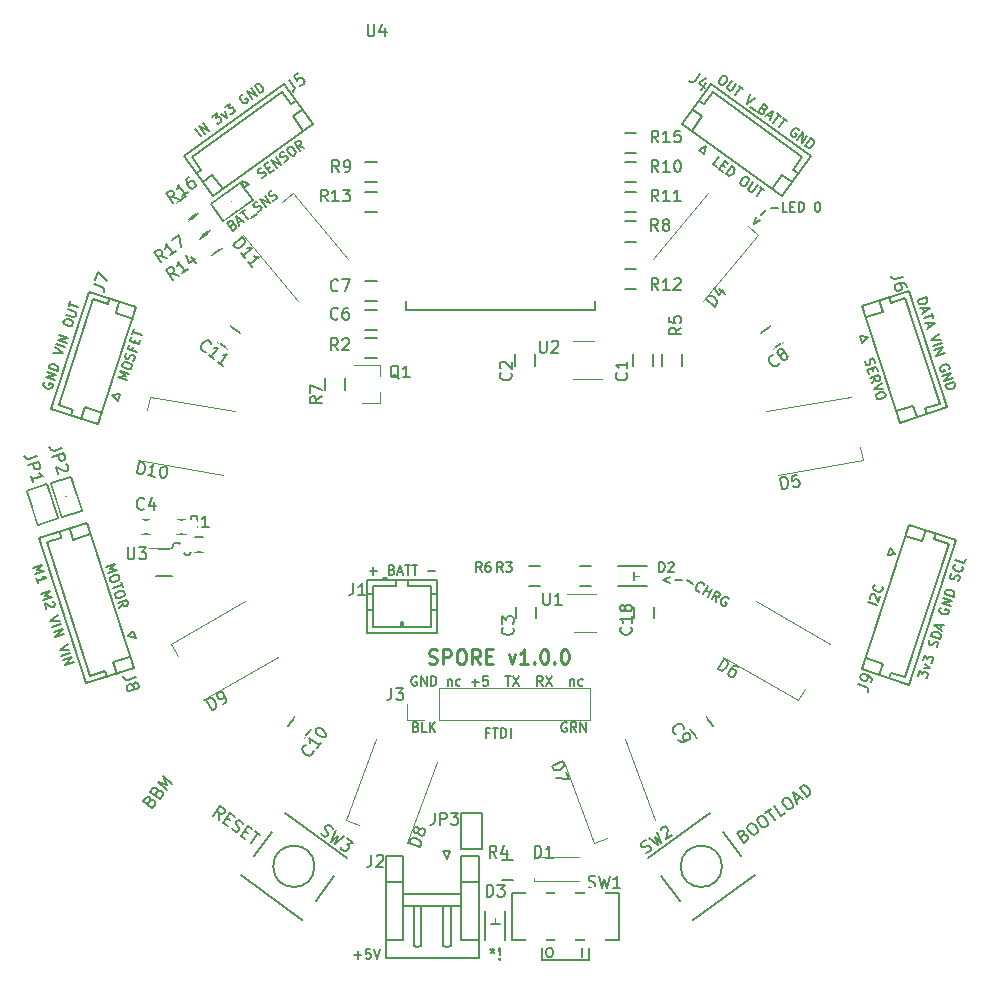
<source format=gto>
G04 #@! TF.FileFunction,Legend,Top*
%FSLAX46Y46*%
G04 Gerber Fmt 4.6, Leading zero omitted, Abs format (unit mm)*
G04 Created by KiCad (PCBNEW 4.0.6) date Saturday, June 09, 2018 'PMt' 06:08:09 PM*
%MOMM*%
%LPD*%
G01*
G04 APERTURE LIST*
%ADD10C,0.100000*%
%ADD11C,0.150000*%
%ADD12C,0.250000*%
%ADD13C,0.120000*%
%ADD14C,0.152400*%
%ADD15C,3.100000*%
%ADD16C,6.100000*%
%ADD17R,1.650000X1.400000*%
%ADD18R,1.460000X1.050000*%
%ADD19C,2.250000*%
%ADD20R,1.400000X1.650000*%
%ADD21R,1.598880X1.598880*%
%ADD22R,1.600000X2.100000*%
%ADD23O,1.600000X2.100000*%
%ADD24R,1.300000X1.200000*%
%ADD25R,1.797000X1.797000*%
%ADD26C,1.797000*%
%ADD27R,2.900000X1.500000*%
%ADD28R,2.100000X2.100000*%
%ADD29O,2.100000X2.100000*%
%ADD30R,0.900000X0.650000*%
%ADD31R,1.650000X1.620000*%
%ADD32R,1.200000X1.150000*%
%ADD33R,2.250000X2.250000*%
G04 APERTURE END LIST*
D10*
D11*
X70315169Y-126232193D02*
X70442079Y-126151140D01*
X70509055Y-126144102D01*
X70613036Y-126167030D01*
X70724057Y-126256933D01*
X70768103Y-126353875D01*
X70775142Y-126420849D01*
X70752214Y-126524831D01*
X70512472Y-126820887D01*
X69735326Y-126191567D01*
X69945100Y-125932517D01*
X70042042Y-125888471D01*
X70109017Y-125881432D01*
X70212998Y-125904360D01*
X70287012Y-125964295D01*
X70331058Y-126061238D01*
X70338098Y-126128212D01*
X70315169Y-126232193D01*
X70105396Y-126491243D01*
X70944490Y-125455047D02*
X71071400Y-125373994D01*
X71138375Y-125366956D01*
X71242356Y-125389884D01*
X71353377Y-125479787D01*
X71397423Y-125576729D01*
X71404463Y-125643703D01*
X71381534Y-125747685D01*
X71141793Y-126043741D01*
X70364647Y-125414421D01*
X70574421Y-125155371D01*
X70671363Y-125111325D01*
X70738337Y-125104286D01*
X70842319Y-125127214D01*
X70916333Y-125187149D01*
X70960379Y-125284092D01*
X70967418Y-125351066D01*
X70944490Y-125455047D01*
X70734716Y-125714097D01*
X71771113Y-125266595D02*
X70993967Y-124637275D01*
X71758846Y-124827740D01*
X71413514Y-124119177D01*
X72190660Y-124748497D01*
D12*
X93935714Y-114531714D02*
X94107143Y-114588857D01*
X94392857Y-114588857D01*
X94507143Y-114531714D01*
X94564286Y-114474571D01*
X94621429Y-114360286D01*
X94621429Y-114246000D01*
X94564286Y-114131714D01*
X94507143Y-114074571D01*
X94392857Y-114017429D01*
X94164286Y-113960286D01*
X94050000Y-113903143D01*
X93992857Y-113846000D01*
X93935714Y-113731714D01*
X93935714Y-113617429D01*
X93992857Y-113503143D01*
X94050000Y-113446000D01*
X94164286Y-113388857D01*
X94450000Y-113388857D01*
X94621429Y-113446000D01*
X95135714Y-114588857D02*
X95135714Y-113388857D01*
X95592857Y-113388857D01*
X95707143Y-113446000D01*
X95764286Y-113503143D01*
X95821429Y-113617429D01*
X95821429Y-113788857D01*
X95764286Y-113903143D01*
X95707143Y-113960286D01*
X95592857Y-114017429D01*
X95135714Y-114017429D01*
X96564286Y-113388857D02*
X96792857Y-113388857D01*
X96907143Y-113446000D01*
X97021429Y-113560286D01*
X97078571Y-113788857D01*
X97078571Y-114188857D01*
X97021429Y-114417429D01*
X96907143Y-114531714D01*
X96792857Y-114588857D01*
X96564286Y-114588857D01*
X96450000Y-114531714D01*
X96335714Y-114417429D01*
X96278571Y-114188857D01*
X96278571Y-113788857D01*
X96335714Y-113560286D01*
X96450000Y-113446000D01*
X96564286Y-113388857D01*
X98278572Y-114588857D02*
X97878572Y-114017429D01*
X97592857Y-114588857D02*
X97592857Y-113388857D01*
X98050000Y-113388857D01*
X98164286Y-113446000D01*
X98221429Y-113503143D01*
X98278572Y-113617429D01*
X98278572Y-113788857D01*
X98221429Y-113903143D01*
X98164286Y-113960286D01*
X98050000Y-114017429D01*
X97592857Y-114017429D01*
X98792857Y-113960286D02*
X99192857Y-113960286D01*
X99364286Y-114588857D02*
X98792857Y-114588857D01*
X98792857Y-113388857D01*
X99364286Y-113388857D01*
X100678572Y-113788857D02*
X100964286Y-114588857D01*
X101250000Y-113788857D01*
X102335715Y-114588857D02*
X101650000Y-114588857D01*
X101992858Y-114588857D02*
X101992858Y-113388857D01*
X101878572Y-113560286D01*
X101764286Y-113674571D01*
X101650000Y-113731714D01*
X102850000Y-114474571D02*
X102907143Y-114531714D01*
X102850000Y-114588857D01*
X102792857Y-114531714D01*
X102850000Y-114474571D01*
X102850000Y-114588857D01*
X103650001Y-113388857D02*
X103764286Y-113388857D01*
X103878572Y-113446000D01*
X103935715Y-113503143D01*
X103992858Y-113617429D01*
X104050001Y-113846000D01*
X104050001Y-114131714D01*
X103992858Y-114360286D01*
X103935715Y-114474571D01*
X103878572Y-114531714D01*
X103764286Y-114588857D01*
X103650001Y-114588857D01*
X103535715Y-114531714D01*
X103478572Y-114474571D01*
X103421429Y-114360286D01*
X103364286Y-114131714D01*
X103364286Y-113846000D01*
X103421429Y-113617429D01*
X103478572Y-113503143D01*
X103535715Y-113446000D01*
X103650001Y-113388857D01*
X104564286Y-114474571D02*
X104621429Y-114531714D01*
X104564286Y-114588857D01*
X104507143Y-114531714D01*
X104564286Y-114474571D01*
X104564286Y-114588857D01*
X105364287Y-113388857D02*
X105478572Y-113388857D01*
X105592858Y-113446000D01*
X105650001Y-113503143D01*
X105707144Y-113617429D01*
X105764287Y-113846000D01*
X105764287Y-114131714D01*
X105707144Y-114360286D01*
X105650001Y-114474571D01*
X105592858Y-114531714D01*
X105478572Y-114588857D01*
X105364287Y-114588857D01*
X105250001Y-114531714D01*
X105192858Y-114474571D01*
X105135715Y-114360286D01*
X105078572Y-114131714D01*
X105078572Y-113846000D01*
X105135715Y-113617429D01*
X105192858Y-113503143D01*
X105250001Y-113446000D01*
X105364287Y-113388857D01*
D11*
X121665150Y-76734843D02*
X121427161Y-77340752D01*
X122004874Y-77040731D01*
X122089919Y-76604685D02*
X122497770Y-76151720D01*
X122891809Y-76003143D02*
X123501333Y-76003143D01*
X124263238Y-76307905D02*
X123882285Y-76307905D01*
X123882285Y-75507905D01*
X124529904Y-75888857D02*
X124796571Y-75888857D01*
X124910857Y-76307905D02*
X124529904Y-76307905D01*
X124529904Y-75507905D01*
X124910857Y-75507905D01*
X125253714Y-76307905D02*
X125253714Y-75507905D01*
X125444190Y-75507905D01*
X125558476Y-75546000D01*
X125634667Y-75622190D01*
X125672762Y-75698381D01*
X125710857Y-75850762D01*
X125710857Y-75965048D01*
X125672762Y-76117429D01*
X125634667Y-76193619D01*
X125558476Y-76269810D01*
X125444190Y-76307905D01*
X125253714Y-76307905D01*
X126815619Y-75507905D02*
X126891810Y-75507905D01*
X126968000Y-75546000D01*
X127006095Y-75584095D01*
X127044191Y-75660286D01*
X127082286Y-75812667D01*
X127082286Y-76003143D01*
X127044191Y-76155524D01*
X127006095Y-76231714D01*
X126968000Y-76269810D01*
X126891810Y-76307905D01*
X126815619Y-76307905D01*
X126739429Y-76269810D01*
X126701333Y-76231714D01*
X126663238Y-76155524D01*
X126625143Y-76003143D01*
X126625143Y-75812667D01*
X126663238Y-75660286D01*
X126701333Y-75584095D01*
X126739429Y-75546000D01*
X126815619Y-75507905D01*
X76159096Y-127812296D02*
X76169321Y-127231120D01*
X75696800Y-127476418D02*
X76284586Y-126667401D01*
X76592783Y-126891320D01*
X76641843Y-126985824D01*
X76652377Y-127052338D01*
X76634922Y-127157377D01*
X76550953Y-127272951D01*
X76456449Y-127322010D01*
X76389935Y-127332545D01*
X76284896Y-127315090D01*
X75976698Y-127091172D01*
X76813705Y-127640432D02*
X77083378Y-127836361D01*
X76891064Y-128344102D02*
X76505817Y-128064203D01*
X77093603Y-127255187D01*
X77478849Y-127535085D01*
X77227250Y-128529495D02*
X77314834Y-128651989D01*
X77507458Y-128791938D01*
X77612497Y-128809393D01*
X77679011Y-128798858D01*
X77773515Y-128749799D01*
X77829495Y-128672750D01*
X77846950Y-128567711D01*
X77836415Y-128501196D01*
X77787356Y-128406691D01*
X77661247Y-128256207D01*
X77612187Y-128161703D01*
X77601653Y-128095189D01*
X77619107Y-127990150D01*
X77675087Y-127913101D01*
X77769591Y-127864041D01*
X77836105Y-127853507D01*
X77941144Y-127870962D01*
X78133768Y-128010911D01*
X78221352Y-128133405D01*
X78316165Y-128732034D02*
X78585838Y-128927962D01*
X78393524Y-129435703D02*
X78008278Y-129155805D01*
X78596063Y-128346788D01*
X78981310Y-128626686D01*
X79212457Y-128794624D02*
X79674753Y-129130502D01*
X78855819Y-129771580D02*
X79443605Y-128962563D01*
X120557604Y-129131522D02*
X120701167Y-129086077D01*
X120767682Y-129096613D01*
X120862186Y-129145672D01*
X120946156Y-129261246D01*
X120963611Y-129366285D01*
X120953076Y-129432799D01*
X120904016Y-129527303D01*
X120595819Y-129751222D01*
X120008034Y-128942205D01*
X120277706Y-128746276D01*
X120382745Y-128728821D01*
X120449260Y-128739356D01*
X120543764Y-128788416D01*
X120599743Y-128865465D01*
X120617198Y-128970504D01*
X120606663Y-129037018D01*
X120557604Y-129131522D01*
X120287931Y-129327451D01*
X120971149Y-128242461D02*
X121125248Y-128130501D01*
X121230287Y-128113046D01*
X121363316Y-128134116D01*
X121513799Y-128260225D01*
X121709728Y-128529897D01*
X121783162Y-128711986D01*
X121762093Y-128845014D01*
X121713033Y-128939518D01*
X121558934Y-129051478D01*
X121453895Y-129068933D01*
X121320867Y-129047863D01*
X121170383Y-128921754D01*
X120974454Y-128652082D01*
X120901020Y-128469994D01*
X120922089Y-128336965D01*
X120971149Y-128242461D01*
X121818690Y-127626686D02*
X121972790Y-127514726D01*
X122077828Y-127497271D01*
X122210857Y-127518341D01*
X122361341Y-127644450D01*
X122557270Y-127914122D01*
X122630704Y-128096211D01*
X122609634Y-128229239D01*
X122560575Y-128323743D01*
X122406476Y-128435703D01*
X122301437Y-128453158D01*
X122168408Y-128432088D01*
X122017925Y-128305979D01*
X121821996Y-128036307D01*
X121748561Y-127854219D01*
X121769631Y-127721190D01*
X121818690Y-127626686D01*
X122396560Y-127206839D02*
X122858856Y-126870962D01*
X123215493Y-127847918D02*
X122627707Y-127038901D01*
X124101560Y-127204152D02*
X123716313Y-127484050D01*
X123128528Y-126675033D01*
X123937545Y-126087248D02*
X124091644Y-125975288D01*
X124196683Y-125957834D01*
X124329711Y-125978903D01*
X124480195Y-126105012D01*
X124676124Y-126374685D01*
X124749558Y-126556773D01*
X124728489Y-126689801D01*
X124679429Y-126784305D01*
X124525330Y-126896265D01*
X124420291Y-126913720D01*
X124287262Y-126892650D01*
X124136779Y-126766542D01*
X123940850Y-126496869D01*
X123867416Y-126314781D01*
X123888485Y-126181752D01*
X123937545Y-126087248D01*
X125012310Y-126189291D02*
X125397557Y-125909393D01*
X125103200Y-126476418D02*
X124785086Y-125471473D01*
X125642544Y-126084561D01*
X125912217Y-125888633D02*
X125324431Y-125079616D01*
X125517054Y-124939667D01*
X125660619Y-124894222D01*
X125793647Y-124915292D01*
X125888151Y-124964351D01*
X126038635Y-125090460D01*
X126122605Y-125206034D01*
X126196039Y-125388122D01*
X126213494Y-125493161D01*
X126192424Y-125626190D01*
X126104839Y-125748684D01*
X125912217Y-125888633D01*
X115751361Y-107545583D02*
X116279224Y-107850345D01*
X116890750Y-108467341D02*
X116838711Y-108481285D01*
X116720689Y-108457133D01*
X116654707Y-108419038D01*
X116574779Y-108328904D01*
X116546892Y-108224825D01*
X116551995Y-108139795D01*
X116595195Y-107988782D01*
X116652338Y-107889807D01*
X116761519Y-107776889D01*
X116832606Y-107729953D01*
X116936684Y-107702066D01*
X117054707Y-107726218D01*
X117120689Y-107764313D01*
X117200616Y-107854447D01*
X117214560Y-107906486D01*
X117149578Y-108704752D02*
X117549578Y-108011932D01*
X117359102Y-108341846D02*
X117754999Y-108570418D01*
X117545475Y-108933324D02*
X117945475Y-108240504D01*
X118271287Y-109352371D02*
X118230823Y-108889123D01*
X117875389Y-109123800D02*
X118275389Y-108430980D01*
X118539321Y-108583361D01*
X118586257Y-108654447D01*
X118600201Y-108706486D01*
X118595096Y-108791517D01*
X118537954Y-108890491D01*
X118466867Y-108937426D01*
X118414828Y-108951370D01*
X118329797Y-108946266D01*
X118065866Y-108793885D01*
X119312068Y-109073495D02*
X119265132Y-109002408D01*
X119166159Y-108945266D01*
X119048137Y-108921114D01*
X118944058Y-108949001D01*
X118872972Y-108995937D01*
X118763790Y-109108855D01*
X118706647Y-109207830D01*
X118663448Y-109358843D01*
X118658344Y-109443873D01*
X118686232Y-109547952D01*
X118766159Y-109638086D01*
X118832141Y-109676181D01*
X118950163Y-109700333D01*
X119002203Y-109686388D01*
X119135536Y-109455449D01*
X119003570Y-109379258D01*
X114355524Y-107270571D02*
X113746000Y-107499143D01*
X114355524Y-107727714D01*
X114736476Y-107499143D02*
X115346000Y-107499143D01*
X99329905Y-138644381D02*
X99329905Y-138882476D01*
X99091810Y-138787238D02*
X99329905Y-138882476D01*
X99568001Y-138787238D01*
X99187048Y-139072952D02*
X99329905Y-138882476D01*
X99472763Y-139072952D01*
X99948953Y-139549143D02*
X99996572Y-139596762D01*
X99948953Y-139644381D01*
X99901334Y-139596762D01*
X99948953Y-139549143D01*
X99948953Y-139644381D01*
X99948953Y-139263429D02*
X99901334Y-138692000D01*
X99948953Y-138644381D01*
X99996572Y-138692000D01*
X99948953Y-139263429D01*
X99948953Y-138644381D01*
X87617429Y-139249143D02*
X88226953Y-139249143D01*
X87922191Y-139553905D02*
X87922191Y-138944381D01*
X88988858Y-138753905D02*
X88607905Y-138753905D01*
X88569810Y-139134857D01*
X88607905Y-139096762D01*
X88684096Y-139058667D01*
X88874572Y-139058667D01*
X88950762Y-139096762D01*
X88988858Y-139134857D01*
X89026953Y-139211048D01*
X89026953Y-139401524D01*
X88988858Y-139477714D01*
X88950762Y-139515810D01*
X88874572Y-139553905D01*
X88684096Y-139553905D01*
X88607905Y-139515810D01*
X88569810Y-139477714D01*
X89255524Y-138753905D02*
X89522191Y-139553905D01*
X89788858Y-138753905D01*
X104063810Y-138661905D02*
X104216191Y-138661905D01*
X104292382Y-138700000D01*
X104368572Y-138776190D01*
X104406667Y-138928571D01*
X104406667Y-139195238D01*
X104368572Y-139347619D01*
X104292382Y-139423810D01*
X104216191Y-139461905D01*
X104063810Y-139461905D01*
X103987620Y-139423810D01*
X103911429Y-139347619D01*
X103873334Y-139195238D01*
X103873334Y-138928571D01*
X103911429Y-138776190D01*
X103987620Y-138700000D01*
X104063810Y-138661905D01*
X106934000Y-139461905D02*
X106934000Y-138661905D01*
X131902865Y-109654564D02*
X131142019Y-109407351D01*
X131320429Y-109104818D02*
X131295971Y-109056816D01*
X131283284Y-108972582D01*
X131342145Y-108791428D01*
X131401919Y-108730739D01*
X131449922Y-108706280D01*
X131534156Y-108693594D01*
X131606617Y-108717138D01*
X131703537Y-108788685D01*
X131997041Y-109364718D01*
X132150078Y-108893719D01*
X132324830Y-108109330D02*
X132349289Y-108157332D01*
X132350204Y-108277797D01*
X132326660Y-108350258D01*
X132255113Y-108447178D01*
X132159106Y-108496096D01*
X132074873Y-108508782D01*
X131918179Y-108497925D01*
X131809486Y-108462608D01*
X131676335Y-108379289D01*
X131615645Y-108319515D01*
X131566729Y-108223509D01*
X131565814Y-108103044D01*
X131589358Y-108030583D01*
X131660905Y-107933663D01*
X131708908Y-107909204D01*
X135341142Y-115618808D02*
X135494179Y-115147808D01*
X135701620Y-115495600D01*
X135736937Y-115386908D01*
X135796711Y-115326219D01*
X135844714Y-115301759D01*
X135928948Y-115289073D01*
X136110101Y-115347933D01*
X136170790Y-115407708D01*
X136195250Y-115455712D01*
X136207936Y-115539945D01*
X136137303Y-115757330D01*
X136077529Y-115818019D01*
X136029525Y-115842477D01*
X135830198Y-114976597D02*
X136396289Y-114960253D01*
X135947919Y-114614290D01*
X135764937Y-114314501D02*
X135917974Y-113843502D01*
X136125415Y-114191294D01*
X136160732Y-114082601D01*
X136220506Y-114021912D01*
X136268509Y-113997453D01*
X136352743Y-113984767D01*
X136533896Y-114043627D01*
X136594585Y-114103401D01*
X136619044Y-114151405D01*
X136631731Y-114235638D01*
X136561098Y-114453023D01*
X136501324Y-114513712D01*
X136453320Y-114538170D01*
X136925119Y-113209406D02*
X136996665Y-113112485D01*
X137055526Y-112931332D01*
X137042839Y-112847099D01*
X137018380Y-112799095D01*
X136957691Y-112739321D01*
X136885229Y-112715776D01*
X136800996Y-112728463D01*
X136752993Y-112752922D01*
X136693218Y-112813611D01*
X136609899Y-112946762D01*
X136550124Y-113007452D01*
X136502122Y-113031910D01*
X136417888Y-113044596D01*
X136345427Y-113021052D01*
X136284737Y-112961278D01*
X136260278Y-112913275D01*
X136247592Y-112829041D01*
X136306453Y-112647888D01*
X136377999Y-112550967D01*
X137208563Y-112460332D02*
X136447718Y-112213119D01*
X136506578Y-112031965D01*
X136578125Y-111935045D01*
X136674130Y-111886127D01*
X136758364Y-111873441D01*
X136915059Y-111884299D01*
X137023751Y-111919615D01*
X137156902Y-112002934D01*
X137217591Y-112062708D01*
X137266509Y-112158715D01*
X137267423Y-112279179D01*
X137208563Y-112460332D01*
X137226619Y-111665085D02*
X137344340Y-111302778D01*
X137420460Y-111808180D02*
X136742019Y-111307351D01*
X137585269Y-111300949D01*
X137260905Y-109833663D02*
X137201130Y-109894353D01*
X137165814Y-110003044D01*
X137166729Y-110123509D01*
X137215645Y-110219515D01*
X137276335Y-110279289D01*
X137409486Y-110362608D01*
X137518179Y-110397925D01*
X137674873Y-110408782D01*
X137759106Y-110396096D01*
X137855113Y-110347178D01*
X137926660Y-110250258D01*
X137950204Y-110177797D01*
X137949289Y-110057332D01*
X137924830Y-110009330D01*
X137671215Y-109926925D01*
X137624127Y-110071848D01*
X138103240Y-109706797D02*
X137342395Y-109459584D01*
X138244505Y-109272029D01*
X137483660Y-109024815D01*
X138362226Y-108909722D02*
X137601381Y-108662508D01*
X137660241Y-108481355D01*
X137731788Y-108384434D01*
X137827793Y-108335516D01*
X137912027Y-108322830D01*
X138068722Y-108333688D01*
X138177415Y-108369004D01*
X138310566Y-108452323D01*
X138371255Y-108512098D01*
X138420172Y-108608104D01*
X138421086Y-108728568D01*
X138362226Y-108909722D01*
X138749790Y-107593643D02*
X138821337Y-107496723D01*
X138880198Y-107315569D01*
X138867511Y-107231336D01*
X138843052Y-107183333D01*
X138782363Y-107123558D01*
X138709901Y-107100014D01*
X138625668Y-107112700D01*
X138577665Y-107137160D01*
X138517890Y-107197848D01*
X138434571Y-107330999D01*
X138374796Y-107391689D01*
X138326794Y-107416148D01*
X138242560Y-107428834D01*
X138170099Y-107405290D01*
X138109409Y-107345515D01*
X138084950Y-107297513D01*
X138072264Y-107213279D01*
X138131124Y-107032125D01*
X138202671Y-106935205D01*
X139102038Y-106386257D02*
X139126497Y-106434260D01*
X139127411Y-106554724D01*
X139103867Y-106627185D01*
X139032320Y-106724106D01*
X138936314Y-106773023D01*
X138852081Y-106785710D01*
X138695386Y-106774852D01*
X138586694Y-106739536D01*
X138453543Y-106656217D01*
X138392853Y-106596442D01*
X138343936Y-106500436D01*
X138343022Y-106379972D01*
X138366566Y-106307511D01*
X138438113Y-106210590D01*
X138486115Y-106186132D01*
X139398169Y-105721417D02*
X139280448Y-106083725D01*
X138519603Y-105836511D01*
X130850523Y-88933449D02*
X130849609Y-89053914D01*
X130908469Y-89235067D01*
X130968244Y-89295756D01*
X131016247Y-89320215D01*
X131100480Y-89332902D01*
X131172942Y-89309358D01*
X131233631Y-89249583D01*
X131258089Y-89201580D01*
X131270777Y-89117346D01*
X131259919Y-88960651D01*
X131272605Y-88876417D01*
X131297064Y-88828415D01*
X131357754Y-88768640D01*
X131430215Y-88745096D01*
X131514449Y-88757782D01*
X131562451Y-88782241D01*
X131622226Y-88842931D01*
X131681086Y-89024084D01*
X131680172Y-89144549D01*
X131460044Y-89576574D02*
X131542449Y-89830189D01*
X131179227Y-90068374D02*
X131061506Y-89706067D01*
X131822351Y-89458853D01*
X131940072Y-89821161D01*
X131426441Y-90829220D02*
X131706344Y-90457883D01*
X131285176Y-90394451D02*
X132046021Y-90147237D01*
X132140197Y-90437083D01*
X132127511Y-90521317D01*
X132103053Y-90569320D01*
X132042363Y-90629094D01*
X131933671Y-90664410D01*
X131849437Y-90651724D01*
X131801435Y-90627266D01*
X131741660Y-90566576D01*
X131647483Y-90276730D01*
X132257918Y-90799390D02*
X131579477Y-91300219D01*
X132422727Y-91306621D01*
X132552220Y-91705158D02*
X132599308Y-91850081D01*
X132586622Y-91934315D01*
X132537705Y-92030320D01*
X132404554Y-92113639D01*
X132150939Y-92196044D01*
X131994244Y-92206901D01*
X131898238Y-92157985D01*
X131838463Y-92097295D01*
X131791375Y-91952372D01*
X131804061Y-91868139D01*
X131852979Y-91772133D01*
X131986130Y-91688814D01*
X132239745Y-91606409D01*
X132396440Y-91595551D01*
X132492445Y-91644469D01*
X132552220Y-91705158D01*
X135325626Y-83825724D02*
X136086471Y-83578511D01*
X136145332Y-83759664D01*
X136144417Y-83880129D01*
X136095501Y-83976135D01*
X136034811Y-84035910D01*
X135901660Y-84119228D01*
X135792967Y-84154545D01*
X135636272Y-84165402D01*
X135552039Y-84152716D01*
X135456033Y-84103798D01*
X135384486Y-84006878D01*
X135325626Y-83825724D01*
X135778453Y-84479707D02*
X135896173Y-84842013D01*
X135537523Y-84477877D02*
X136380773Y-84484279D01*
X135702333Y-84985108D01*
X136510266Y-84882816D02*
X136651531Y-85317585D01*
X135820053Y-85347415D02*
X136580898Y-85100201D01*
X136178703Y-85711551D02*
X136296424Y-86073858D01*
X135937774Y-85709722D02*
X136781024Y-85716124D01*
X136102583Y-86216953D01*
X137098870Y-86694353D02*
X136420429Y-87195182D01*
X137263679Y-87201583D01*
X136585238Y-87702412D02*
X137346083Y-87455198D01*
X136702959Y-88064718D02*
X137463804Y-87817505D01*
X136844224Y-88499487D01*
X137605069Y-88252274D01*
X138004405Y-89604583D02*
X138017091Y-89520349D01*
X137981775Y-89411657D01*
X137910229Y-89314737D01*
X137814223Y-89265819D01*
X137729989Y-89253133D01*
X137573294Y-89263990D01*
X137464602Y-89299307D01*
X137331451Y-89382626D01*
X137270762Y-89442400D01*
X137221844Y-89538406D01*
X137220930Y-89658871D01*
X137244474Y-89731332D01*
X137316021Y-89828252D01*
X137364024Y-89852710D01*
X137617639Y-89770306D01*
X137570551Y-89625383D01*
X137397511Y-90202331D02*
X138158356Y-89955117D01*
X137538776Y-90637100D01*
X138299621Y-90389886D01*
X137656497Y-90999407D02*
X138417342Y-90752193D01*
X138476202Y-90933347D01*
X138475288Y-91053811D01*
X138426371Y-91149817D01*
X138365681Y-91209592D01*
X138232531Y-91292911D01*
X138123838Y-91328227D01*
X137967143Y-91339085D01*
X137882910Y-91326398D01*
X137786904Y-91277481D01*
X137715357Y-91180560D01*
X137656497Y-90999407D01*
X118300064Y-72539609D02*
X117991866Y-72315691D01*
X118462095Y-71668477D01*
X118762111Y-72357334D02*
X118977850Y-72514077D01*
X118823999Y-72920270D02*
X118515801Y-72696351D01*
X118986029Y-72049138D01*
X119294227Y-72273056D01*
X119101376Y-73121796D02*
X119571604Y-72474583D01*
X119725702Y-72586542D01*
X119795770Y-72684537D01*
X119812626Y-72790960D01*
X119798662Y-72874991D01*
X119739914Y-73020662D01*
X119672739Y-73113121D01*
X119552352Y-73214008D01*
X119476749Y-73253255D01*
X119370325Y-73270111D01*
X119255474Y-73233755D01*
X119101376Y-73121796D01*
X120835212Y-73392647D02*
X120958491Y-73482215D01*
X120997739Y-73557818D01*
X121014594Y-73664240D01*
X120955847Y-73809911D01*
X120799104Y-74025649D01*
X120678717Y-74126536D01*
X120572294Y-74143393D01*
X120488262Y-74129428D01*
X120364984Y-74039861D01*
X120325736Y-73964258D01*
X120308880Y-73857834D01*
X120367628Y-73712164D01*
X120524371Y-73496426D01*
X120644758Y-73395539D01*
X120751181Y-73378684D01*
X120835212Y-73392647D01*
X121389966Y-73795700D02*
X121009305Y-74319635D01*
X120995341Y-74403665D01*
X121003769Y-74456878D01*
X121043017Y-74532481D01*
X121166295Y-74622048D01*
X121250327Y-74636013D01*
X121303539Y-74627584D01*
X121379142Y-74588337D01*
X121759802Y-74064402D01*
X121975540Y-74221144D02*
X122345376Y-74489846D01*
X121690230Y-75002709D02*
X122160458Y-74355495D01*
X119012913Y-64824968D02*
X119136192Y-64914535D01*
X119175440Y-64990139D01*
X119192296Y-65096561D01*
X119133548Y-65242232D01*
X118976805Y-65457970D01*
X118856418Y-65558857D01*
X118749995Y-65575713D01*
X118665964Y-65561749D01*
X118542685Y-65472182D01*
X118503438Y-65396579D01*
X118486582Y-65290155D01*
X118545330Y-65144484D01*
X118702073Y-64928746D01*
X118822459Y-64827859D01*
X118928882Y-64811004D01*
X119012913Y-64824968D01*
X119567667Y-65228021D02*
X119187007Y-65751955D01*
X119173043Y-65835986D01*
X119181471Y-65889199D01*
X119220718Y-65964801D01*
X119343997Y-66054369D01*
X119428028Y-66068333D01*
X119481240Y-66059905D01*
X119556843Y-66020657D01*
X119937504Y-65496722D01*
X120153241Y-65653465D02*
X120523078Y-65922167D01*
X119867932Y-66435030D02*
X120338160Y-65787816D01*
X121139472Y-66370003D02*
X120884982Y-67173960D01*
X121570948Y-66683489D01*
X121117576Y-67437125D02*
X121610691Y-67795394D01*
X122271621Y-67663440D02*
X122341688Y-67761435D01*
X122350116Y-67814647D01*
X122336152Y-67898678D01*
X122268976Y-67991137D01*
X122193373Y-68030385D01*
X122140162Y-68038813D01*
X122056130Y-68024849D01*
X121809572Y-67845714D01*
X122279801Y-67198501D01*
X122495539Y-67355244D01*
X122534786Y-67430846D01*
X122543215Y-67484058D01*
X122529250Y-67568090D01*
X122484467Y-67629729D01*
X122408864Y-67668977D01*
X122355652Y-67677404D01*
X122271621Y-67663440D01*
X122055883Y-67506697D01*
X122560318Y-68108632D02*
X122868514Y-68332550D01*
X122364327Y-68248767D02*
X123050293Y-67758296D01*
X122795803Y-68562253D01*
X123389309Y-68004606D02*
X123759146Y-68273308D01*
X123104000Y-68786171D02*
X123574228Y-68138957D01*
X123882424Y-68362875D02*
X124252261Y-68631577D01*
X123597115Y-69144440D02*
X124067343Y-68497226D01*
X125277740Y-69423719D02*
X125238491Y-69348115D01*
X125146033Y-69280940D01*
X125031182Y-69244584D01*
X124924759Y-69261439D01*
X124849155Y-69300687D01*
X124728769Y-69401575D01*
X124661593Y-69494034D01*
X124602845Y-69639704D01*
X124588881Y-69723735D01*
X124605737Y-69830159D01*
X124675805Y-69928154D01*
X124737444Y-69972937D01*
X124852295Y-70009293D01*
X124905507Y-70000865D01*
X125062249Y-69785127D01*
X124938970Y-69695560D01*
X125138100Y-70264031D02*
X125608328Y-69616817D01*
X125507936Y-70532733D01*
X125978164Y-69885519D01*
X125816133Y-70756651D02*
X126286361Y-70109437D01*
X126440459Y-70221396D01*
X126510527Y-70319391D01*
X126527383Y-70425814D01*
X126513419Y-70509846D01*
X126454671Y-70655516D01*
X126387496Y-70747976D01*
X126267109Y-70848863D01*
X126191506Y-70888110D01*
X126085082Y-70904966D01*
X125970231Y-70868610D01*
X125816133Y-70756651D01*
X77286739Y-77424124D02*
X77401590Y-77387768D01*
X77454802Y-77396197D01*
X77530405Y-77435444D01*
X77597580Y-77527903D01*
X77611544Y-77611934D01*
X77603117Y-77665146D01*
X77563869Y-77740749D01*
X77317311Y-77919884D01*
X76847083Y-77272670D01*
X77062821Y-77115928D01*
X77146852Y-77101964D01*
X77200064Y-77110391D01*
X77275667Y-77149639D01*
X77320451Y-77211278D01*
X77334415Y-77295310D01*
X77325987Y-77348521D01*
X77286739Y-77424124D01*
X77071001Y-77580867D01*
X77799354Y-77287129D02*
X78107551Y-77063211D01*
X77872066Y-77516832D02*
X77617576Y-76712875D01*
X78303542Y-77203346D01*
X77956592Y-76466565D02*
X78326428Y-76197863D01*
X78611738Y-76979428D02*
X78141510Y-76332214D01*
X78903079Y-76861932D02*
X79396195Y-76503663D01*
X79452299Y-76321637D02*
X79567150Y-76285281D01*
X79721248Y-76173322D01*
X79760495Y-76097719D01*
X79768923Y-76044507D01*
X79754959Y-75960476D01*
X79710175Y-75898836D01*
X79634573Y-75859589D01*
X79581361Y-75851161D01*
X79497329Y-75865124D01*
X79351659Y-75923872D01*
X79267627Y-75937837D01*
X79214416Y-75929409D01*
X79138813Y-75890161D01*
X79094029Y-75828522D01*
X79080065Y-75744490D01*
X79088493Y-75691279D01*
X79127741Y-75615676D01*
X79281839Y-75503717D01*
X79396690Y-75467361D01*
X80121904Y-75882228D02*
X79651676Y-75235015D01*
X80491740Y-75613526D01*
X80021512Y-74966313D01*
X80746726Y-75381181D02*
X80861577Y-75344825D01*
X81015675Y-75232866D01*
X81054922Y-75157263D01*
X81063350Y-75104050D01*
X81049387Y-75020019D01*
X81004603Y-74958380D01*
X80929000Y-74919132D01*
X80875788Y-74910705D01*
X80791756Y-74924668D01*
X80646086Y-74983416D01*
X80562054Y-74997380D01*
X80508843Y-74988953D01*
X80433240Y-74949704D01*
X80388457Y-74888065D01*
X80374492Y-74804034D01*
X80382920Y-74750823D01*
X80422168Y-74675219D01*
X80576266Y-74563260D01*
X80691117Y-74526904D01*
X74631409Y-69940876D02*
X74161181Y-69293662D01*
X74939605Y-69716958D02*
X74469377Y-69069744D01*
X75309442Y-69448256D01*
X74839214Y-68801042D01*
X75578887Y-68263638D02*
X75979542Y-67972545D01*
X75942939Y-68375845D01*
X76035398Y-68308670D01*
X76119429Y-68294706D01*
X76172641Y-68303133D01*
X76248244Y-68342381D01*
X76360203Y-68496480D01*
X76374167Y-68580510D01*
X76365739Y-68633723D01*
X76326492Y-68709326D01*
X76141573Y-68843677D01*
X76057543Y-68857641D01*
X76004331Y-68849212D01*
X76352023Y-68031539D02*
X76819607Y-68351057D01*
X76660220Y-67807621D01*
X76688396Y-67457533D02*
X77089052Y-67166439D01*
X77052448Y-67569740D01*
X77144908Y-67502564D01*
X77228938Y-67488600D01*
X77282150Y-67497027D01*
X77357754Y-67536276D01*
X77469713Y-67690374D01*
X77483677Y-67774405D01*
X77475249Y-67827617D01*
X77436001Y-67903220D01*
X77251083Y-68037571D01*
X77167052Y-68051535D01*
X77113840Y-68043106D01*
X78220953Y-66391153D02*
X78136921Y-66405117D01*
X78044463Y-66472292D01*
X77974395Y-66570287D01*
X77957539Y-66676710D01*
X77971503Y-66760742D01*
X78030251Y-66906412D01*
X78097427Y-66998872D01*
X78217813Y-67099759D01*
X78293416Y-67139006D01*
X78399840Y-67155862D01*
X78514691Y-67119506D01*
X78576330Y-67074723D01*
X78646398Y-66976727D01*
X78654825Y-66923515D01*
X78498083Y-66707778D01*
X78374804Y-66797345D01*
X78976986Y-66783629D02*
X78506758Y-66136415D01*
X79346823Y-66514927D01*
X78876594Y-65867713D01*
X79655019Y-66291009D02*
X79184791Y-65643796D01*
X79338889Y-65531837D01*
X79453740Y-65495480D01*
X79560163Y-65512335D01*
X79635767Y-65551584D01*
X79756154Y-65652471D01*
X79823329Y-65744930D01*
X79882077Y-65890601D01*
X79896041Y-65974631D01*
X79879185Y-66081055D01*
X79809117Y-66179050D01*
X79655019Y-66291009D01*
X79802788Y-73460693D02*
X79917639Y-73424337D01*
X80071738Y-73312378D01*
X80110985Y-73236775D01*
X80119413Y-73183563D01*
X80105449Y-73099532D01*
X80060665Y-73037892D01*
X79985062Y-72998645D01*
X79931850Y-72990218D01*
X79847819Y-73004181D01*
X79702149Y-73062929D01*
X79618117Y-73076893D01*
X79564906Y-73068465D01*
X79489302Y-73029217D01*
X79444519Y-72967578D01*
X79430555Y-72883547D01*
X79438982Y-72830335D01*
X79478231Y-72754732D01*
X79632329Y-72642773D01*
X79747180Y-72606417D01*
X80226083Y-72682268D02*
X80441821Y-72525525D01*
X80780591Y-72797366D02*
X80472394Y-73021285D01*
X80002165Y-72374071D01*
X80310363Y-72150153D01*
X81057968Y-72595840D02*
X80587740Y-71948626D01*
X81427805Y-72327138D01*
X80957576Y-71679924D01*
X81682790Y-72094792D02*
X81797641Y-72058436D01*
X81951739Y-71946477D01*
X81990987Y-71870874D01*
X81999415Y-71817662D01*
X81985451Y-71733631D01*
X81940667Y-71671991D01*
X81865064Y-71632744D01*
X81811852Y-71624317D01*
X81727821Y-71638280D01*
X81582150Y-71697027D01*
X81498119Y-71710992D01*
X81444908Y-71702564D01*
X81369304Y-71663316D01*
X81324521Y-71601677D01*
X81310556Y-71517645D01*
X81318984Y-71464434D01*
X81358232Y-71388831D01*
X81512331Y-71276872D01*
X81627182Y-71240516D01*
X82005446Y-70918603D02*
X82128725Y-70829035D01*
X82212756Y-70815071D01*
X82319179Y-70831926D01*
X82439565Y-70932814D01*
X82596308Y-71148552D01*
X82655056Y-71294222D01*
X82638201Y-71400645D01*
X82598953Y-71476249D01*
X82475674Y-71565816D01*
X82391643Y-71579780D01*
X82285220Y-71562924D01*
X82164833Y-71462037D01*
X82008090Y-71246299D01*
X81949342Y-71100628D01*
X81966199Y-70994205D01*
X82005446Y-70918603D01*
X83400265Y-70894062D02*
X82960608Y-70742607D01*
X83030428Y-71162764D02*
X82560200Y-70515550D01*
X82806758Y-70336415D01*
X82890789Y-70322451D01*
X82944001Y-70330879D01*
X83019604Y-70370127D01*
X83086779Y-70462585D01*
X83100743Y-70546617D01*
X83092316Y-70599828D01*
X83053068Y-70675432D01*
X82806510Y-70854566D01*
X61395407Y-90728466D02*
X61335632Y-90789155D01*
X61300316Y-90897847D01*
X61301230Y-91018311D01*
X61350147Y-91114317D01*
X61410837Y-91174092D01*
X61543988Y-91257411D01*
X61652680Y-91292727D01*
X61809375Y-91303585D01*
X61893608Y-91290899D01*
X61989615Y-91241981D01*
X62061161Y-91145061D01*
X62084705Y-91072600D01*
X62083791Y-90952135D01*
X62059332Y-90904132D01*
X61805717Y-90821728D01*
X61758629Y-90966651D01*
X62237742Y-90601600D02*
X61476897Y-90354387D01*
X62379007Y-90166831D01*
X61618162Y-89919618D01*
X62496728Y-89804525D02*
X61735883Y-89557311D01*
X61794743Y-89376158D01*
X61866290Y-89279237D01*
X61962295Y-89230319D01*
X62046529Y-89217633D01*
X62203224Y-89228491D01*
X62311917Y-89263807D01*
X62445067Y-89347126D01*
X62505756Y-89406900D01*
X62554674Y-89502907D01*
X62555588Y-89623371D01*
X62496728Y-89804525D01*
X62136133Y-88325466D02*
X62979383Y-88319065D01*
X62300943Y-87818236D01*
X63144192Y-87811835D02*
X62383347Y-87564621D01*
X63261913Y-87449528D02*
X62501068Y-87202314D01*
X63403178Y-87014759D01*
X62642332Y-86767545D01*
X62995495Y-85680624D02*
X63042583Y-85535701D01*
X63102358Y-85475011D01*
X63198363Y-85426094D01*
X63355058Y-85436952D01*
X63608673Y-85519356D01*
X63741824Y-85602675D01*
X63790742Y-85698681D01*
X63803428Y-85782915D01*
X63756340Y-85927837D01*
X63696565Y-85988526D01*
X63600559Y-86037444D01*
X63443864Y-86026586D01*
X63190249Y-85944182D01*
X63057098Y-85860863D01*
X63008181Y-85764857D01*
X62995495Y-85680624D01*
X63207392Y-85028471D02*
X63823314Y-85228596D01*
X63907547Y-85215910D01*
X63955551Y-85191451D01*
X64015326Y-85130762D01*
X64062414Y-84985839D01*
X64049728Y-84901605D01*
X64025268Y-84853602D01*
X63964579Y-84793828D01*
X63348657Y-84593702D01*
X63431061Y-84340088D02*
X63572326Y-83905319D01*
X64262539Y-84369917D02*
X63501694Y-84122703D01*
X68402614Y-90586410D02*
X67641769Y-90339196D01*
X68267634Y-90262162D01*
X67806578Y-89831965D01*
X68567423Y-90079179D01*
X67971387Y-89324736D02*
X68018475Y-89179813D01*
X68078250Y-89119123D01*
X68174255Y-89070206D01*
X68330950Y-89081064D01*
X68584565Y-89163468D01*
X68717716Y-89246787D01*
X68766634Y-89342792D01*
X68779320Y-89427026D01*
X68732232Y-89571949D01*
X68672458Y-89632638D01*
X68576451Y-89681556D01*
X68419756Y-89670698D01*
X68166141Y-89588293D01*
X68032990Y-89504975D01*
X67984073Y-89408969D01*
X67971387Y-89324736D01*
X68896127Y-88944255D02*
X68967674Y-88847334D01*
X69026534Y-88666181D01*
X69013847Y-88581948D01*
X68989388Y-88533944D01*
X68928699Y-88474170D01*
X68856237Y-88450625D01*
X68772004Y-88463312D01*
X68724002Y-88487771D01*
X68664226Y-88548460D01*
X68580907Y-88681611D01*
X68521132Y-88742301D01*
X68473130Y-88766759D01*
X68388896Y-88779446D01*
X68316435Y-88755902D01*
X68255745Y-88696127D01*
X68231287Y-88648124D01*
X68218600Y-88563890D01*
X68277461Y-88382737D01*
X68349008Y-88285816D01*
X68863437Y-87812073D02*
X68781033Y-88065689D01*
X69179571Y-88195182D02*
X68418726Y-87947968D01*
X68536447Y-87585660D01*
X68992930Y-87413536D02*
X69075334Y-87159921D01*
X69509189Y-87180721D02*
X69391468Y-87543029D01*
X68630623Y-87295815D01*
X68748344Y-86933507D01*
X68818976Y-86716124D02*
X68960241Y-86281355D01*
X69650454Y-86745952D02*
X68889609Y-86498739D01*
X60425563Y-106517763D02*
X61186408Y-106270549D01*
X60725353Y-106700746D01*
X61351218Y-106777780D01*
X60590373Y-107024994D01*
X60837586Y-107785839D02*
X60696321Y-107351070D01*
X60766954Y-107568454D02*
X61527799Y-107321240D01*
X61395563Y-107284095D01*
X61299557Y-107235178D01*
X61239782Y-107174489D01*
X61131888Y-108691607D02*
X61892733Y-108444393D01*
X61431678Y-108874590D01*
X62057543Y-108951624D01*
X61296697Y-109198838D01*
X62091030Y-109301245D02*
X62139033Y-109325703D01*
X62198807Y-109386393D01*
X62257668Y-109567546D01*
X62244981Y-109651779D01*
X62220523Y-109699783D01*
X62159833Y-109759558D01*
X62087372Y-109783102D01*
X61966908Y-109782188D01*
X61390874Y-109488684D01*
X61543911Y-109959683D01*
X62563742Y-110509545D02*
X61885301Y-111010374D01*
X62728551Y-111016776D01*
X62050110Y-111517604D02*
X62810955Y-111270390D01*
X62167831Y-111879911D02*
X62928676Y-111632697D01*
X62309096Y-112314680D01*
X63069941Y-112067466D01*
X63340699Y-112900772D02*
X62662258Y-113401601D01*
X63505508Y-113408003D01*
X62827067Y-113908831D02*
X63587912Y-113661617D01*
X62944788Y-114271138D02*
X63705633Y-114023924D01*
X63086053Y-114705907D01*
X63846898Y-114458693D01*
X66596634Y-106390875D02*
X67357479Y-106143662D01*
X66896424Y-106573858D01*
X67522289Y-106650892D01*
X66761443Y-106898106D01*
X67687098Y-107158122D02*
X67734186Y-107303045D01*
X67721500Y-107387279D01*
X67672583Y-107483284D01*
X67539432Y-107566603D01*
X67285816Y-107649008D01*
X67129122Y-107659865D01*
X67033116Y-107610949D01*
X66973341Y-107550259D01*
X66926252Y-107405336D01*
X66938939Y-107321103D01*
X66987857Y-107225097D01*
X67121008Y-107141778D01*
X67374623Y-107059373D01*
X67531318Y-107048515D01*
X67627323Y-107097433D01*
X67687098Y-107158122D01*
X67863679Y-107701583D02*
X68004944Y-108136351D01*
X67173466Y-108166181D02*
X67934311Y-107918967D01*
X68134437Y-108534890D02*
X68181525Y-108679813D01*
X68168839Y-108764047D01*
X68119922Y-108860052D01*
X67986771Y-108943370D01*
X67733155Y-109025775D01*
X67576460Y-109036633D01*
X67480454Y-108987716D01*
X67420680Y-108927026D01*
X67373591Y-108782103D01*
X67386278Y-108697870D01*
X67435195Y-108601864D01*
X67568346Y-108518545D01*
X67821962Y-108436141D01*
X67978657Y-108425283D01*
X68074662Y-108474201D01*
X68134437Y-108534890D01*
X67726754Y-109869025D02*
X68006657Y-109497689D01*
X67585489Y-109434256D02*
X68346334Y-109187042D01*
X68440510Y-109476888D01*
X68427824Y-109561122D01*
X68403366Y-109609125D01*
X68342676Y-109668900D01*
X68233984Y-109704216D01*
X68149750Y-109691529D01*
X68101748Y-109667071D01*
X68041973Y-109606381D01*
X67947796Y-109316535D01*
X105590477Y-119600000D02*
X105514286Y-119561905D01*
X105400001Y-119561905D01*
X105285715Y-119600000D01*
X105209524Y-119676190D01*
X105171429Y-119752381D01*
X105133334Y-119904762D01*
X105133334Y-120019048D01*
X105171429Y-120171429D01*
X105209524Y-120247619D01*
X105285715Y-120323810D01*
X105400001Y-120361905D01*
X105476191Y-120361905D01*
X105590477Y-120323810D01*
X105628572Y-120285714D01*
X105628572Y-120019048D01*
X105476191Y-120019048D01*
X106428572Y-120361905D02*
X106161905Y-119980952D01*
X105971429Y-120361905D02*
X105971429Y-119561905D01*
X106276191Y-119561905D01*
X106352382Y-119600000D01*
X106390477Y-119638095D01*
X106428572Y-119714286D01*
X106428572Y-119828571D01*
X106390477Y-119904762D01*
X106352382Y-119942857D01*
X106276191Y-119980952D01*
X105971429Y-119980952D01*
X106771429Y-120361905D02*
X106771429Y-119561905D01*
X107228572Y-120361905D01*
X107228572Y-119561905D01*
X92833334Y-119942857D02*
X92947620Y-119980952D01*
X92985715Y-120019048D01*
X93023810Y-120095238D01*
X93023810Y-120209524D01*
X92985715Y-120285714D01*
X92947620Y-120323810D01*
X92871429Y-120361905D01*
X92566667Y-120361905D01*
X92566667Y-119561905D01*
X92833334Y-119561905D01*
X92909524Y-119600000D01*
X92947620Y-119638095D01*
X92985715Y-119714286D01*
X92985715Y-119790476D01*
X92947620Y-119866667D01*
X92909524Y-119904762D01*
X92833334Y-119942857D01*
X92566667Y-119942857D01*
X93747620Y-120361905D02*
X93366667Y-120361905D01*
X93366667Y-119561905D01*
X94014286Y-120361905D02*
X94014286Y-119561905D01*
X94471429Y-120361905D02*
X94128572Y-119904762D01*
X94471429Y-119561905D02*
X94014286Y-120019048D01*
X92899999Y-115700000D02*
X92823808Y-115661905D01*
X92709523Y-115661905D01*
X92595237Y-115700000D01*
X92519046Y-115776190D01*
X92480951Y-115852381D01*
X92442856Y-116004762D01*
X92442856Y-116119048D01*
X92480951Y-116271429D01*
X92519046Y-116347619D01*
X92595237Y-116423810D01*
X92709523Y-116461905D01*
X92785713Y-116461905D01*
X92899999Y-116423810D01*
X92938094Y-116385714D01*
X92938094Y-116119048D01*
X92785713Y-116119048D01*
X93280951Y-116461905D02*
X93280951Y-115661905D01*
X93738094Y-116461905D01*
X93738094Y-115661905D01*
X94119046Y-116461905D02*
X94119046Y-115661905D01*
X94309522Y-115661905D01*
X94423808Y-115700000D01*
X94499999Y-115776190D01*
X94538094Y-115852381D01*
X94576189Y-116004762D01*
X94576189Y-116119048D01*
X94538094Y-116271429D01*
X94499999Y-116347619D01*
X94423808Y-116423810D01*
X94309522Y-116461905D01*
X94119046Y-116461905D01*
X95528570Y-115928571D02*
X95528570Y-116461905D01*
X95528570Y-116004762D02*
X95566665Y-115966667D01*
X95642856Y-115928571D01*
X95757142Y-115928571D01*
X95833332Y-115966667D01*
X95871427Y-116042857D01*
X95871427Y-116461905D01*
X96595237Y-116423810D02*
X96519047Y-116461905D01*
X96366666Y-116461905D01*
X96290475Y-116423810D01*
X96252380Y-116385714D01*
X96214285Y-116309524D01*
X96214285Y-116080952D01*
X96252380Y-116004762D01*
X96290475Y-115966667D01*
X96366666Y-115928571D01*
X96519047Y-115928571D01*
X96595237Y-115966667D01*
X97547618Y-116157143D02*
X98157142Y-116157143D01*
X97852380Y-116461905D02*
X97852380Y-115852381D01*
X98919047Y-115661905D02*
X98538094Y-115661905D01*
X98499999Y-116042857D01*
X98538094Y-116004762D01*
X98614285Y-115966667D01*
X98804761Y-115966667D01*
X98880951Y-116004762D01*
X98919047Y-116042857D01*
X98957142Y-116119048D01*
X98957142Y-116309524D01*
X98919047Y-116385714D01*
X98880951Y-116423810D01*
X98804761Y-116461905D01*
X98614285Y-116461905D01*
X98538094Y-116423810D01*
X98499999Y-116385714D01*
X100404761Y-115661905D02*
X100861904Y-115661905D01*
X100633333Y-116461905D02*
X100633333Y-115661905D01*
X101052381Y-115661905D02*
X101585714Y-116461905D01*
X101585714Y-115661905D02*
X101052381Y-116461905D01*
X103566667Y-116461905D02*
X103300000Y-116080952D01*
X103109524Y-116461905D02*
X103109524Y-115661905D01*
X103414286Y-115661905D01*
X103490477Y-115700000D01*
X103528572Y-115738095D01*
X103566667Y-115814286D01*
X103566667Y-115928571D01*
X103528572Y-116004762D01*
X103490477Y-116042857D01*
X103414286Y-116080952D01*
X103109524Y-116080952D01*
X103833334Y-115661905D02*
X104366667Y-116461905D01*
X104366667Y-115661905D02*
X103833334Y-116461905D01*
X105890477Y-115928571D02*
X105890477Y-116461905D01*
X105890477Y-116004762D02*
X105928572Y-115966667D01*
X106004763Y-115928571D01*
X106119049Y-115928571D01*
X106195239Y-115966667D01*
X106233334Y-116042857D01*
X106233334Y-116461905D01*
X106957144Y-116423810D02*
X106880954Y-116461905D01*
X106728573Y-116461905D01*
X106652382Y-116423810D01*
X106614287Y-116385714D01*
X106576192Y-116309524D01*
X106576192Y-116080952D01*
X106614287Y-116004762D01*
X106652382Y-115966667D01*
X106728573Y-115928571D01*
X106880954Y-115928571D01*
X106957144Y-115966667D01*
X99019048Y-120442857D02*
X98752381Y-120442857D01*
X98752381Y-120861905D02*
X98752381Y-120061905D01*
X99133334Y-120061905D01*
X99323809Y-120061905D02*
X99780952Y-120061905D01*
X99552381Y-120861905D02*
X99552381Y-120061905D01*
X100047619Y-120861905D02*
X100047619Y-120061905D01*
X100238095Y-120061905D01*
X100352381Y-120100000D01*
X100428572Y-120176190D01*
X100466667Y-120252381D01*
X100504762Y-120404762D01*
X100504762Y-120519048D01*
X100466667Y-120671429D01*
X100428572Y-120747619D01*
X100352381Y-120823810D01*
X100238095Y-120861905D01*
X100047619Y-120861905D01*
X100847619Y-120861905D02*
X100847619Y-120061905D01*
X88932095Y-106737143D02*
X89541619Y-106737143D01*
X89236857Y-107041905D02*
X89236857Y-106432381D01*
X90798762Y-106622857D02*
X90913048Y-106660952D01*
X90951143Y-106699048D01*
X90989238Y-106775238D01*
X90989238Y-106889524D01*
X90951143Y-106965714D01*
X90913048Y-107003810D01*
X90836857Y-107041905D01*
X90532095Y-107041905D01*
X90532095Y-106241905D01*
X90798762Y-106241905D01*
X90874952Y-106280000D01*
X90913048Y-106318095D01*
X90951143Y-106394286D01*
X90951143Y-106470476D01*
X90913048Y-106546667D01*
X90874952Y-106584762D01*
X90798762Y-106622857D01*
X90532095Y-106622857D01*
X91294000Y-106813333D02*
X91674952Y-106813333D01*
X91217809Y-107041905D02*
X91484476Y-106241905D01*
X91751143Y-107041905D01*
X91903523Y-106241905D02*
X92360666Y-106241905D01*
X92132095Y-107041905D02*
X92132095Y-106241905D01*
X92513047Y-106241905D02*
X92970190Y-106241905D01*
X92741619Y-107041905D02*
X92741619Y-106241905D01*
X93846381Y-106737143D02*
X94455905Y-106737143D01*
X111185554Y-88394834D02*
X111185554Y-89394834D01*
X112885554Y-89394834D02*
X112885554Y-88394834D01*
X113704000Y-88400000D02*
X113704000Y-89400000D01*
X115404000Y-89400000D02*
X115404000Y-88400000D01*
D13*
X107935554Y-87284834D02*
X106135554Y-87284834D01*
X106135554Y-90504834D02*
X108585554Y-90504834D01*
D11*
X101185554Y-88394834D02*
X101185554Y-89394834D01*
X102885554Y-89394834D02*
X102885554Y-88394834D01*
X64940071Y-116257007D02*
X68934509Y-114959136D01*
X68934509Y-114959136D02*
X64948189Y-102690507D01*
X64948189Y-102690507D02*
X60953752Y-103988378D01*
X60953752Y-103988378D02*
X64940071Y-116257007D01*
X66651973Y-115700777D02*
X66497464Y-115225248D01*
X66497464Y-115225248D02*
X65261091Y-115626970D01*
X65261091Y-115626970D02*
X61583789Y-104309398D01*
X61583789Y-104309398D02*
X62820162Y-103907676D01*
X62820162Y-103907676D02*
X62665654Y-103432148D01*
X67507924Y-115422661D02*
X67198907Y-114471605D01*
X67198907Y-114471605D02*
X68625492Y-114008079D01*
X63521605Y-103154032D02*
X63830622Y-104105089D01*
X63830622Y-104105089D02*
X65257206Y-103641563D01*
X68433032Y-112283127D02*
X69096371Y-112383034D01*
X69096371Y-112383034D02*
X68910961Y-111812400D01*
X68910961Y-111812400D02*
X68433032Y-112283127D01*
X61953752Y-93011622D02*
X65948190Y-94309493D01*
X65948190Y-94309493D02*
X69161966Y-84418506D01*
X69161966Y-84418506D02*
X65167529Y-83120634D01*
X65167529Y-83120634D02*
X61953752Y-93011622D01*
X63665654Y-93567853D02*
X63820163Y-93092324D01*
X63820163Y-93092324D02*
X62583789Y-92690602D01*
X62583789Y-92690602D02*
X65488549Y-83750671D01*
X65488549Y-83750671D02*
X66724922Y-84152393D01*
X66724922Y-84152393D02*
X66879431Y-83676865D01*
X64521605Y-93845968D02*
X64830622Y-92894911D01*
X64830622Y-92894911D02*
X66257207Y-93358437D01*
X67735382Y-83954980D02*
X67426365Y-84906037D01*
X67426365Y-84906037D02*
X68852950Y-85369562D01*
X67115405Y-91849797D02*
X67593334Y-92320524D01*
X67593334Y-92320524D02*
X67778744Y-91749890D01*
X67778744Y-91749890D02*
X67115405Y-91849797D01*
D13*
X112902468Y-80345196D02*
X117594818Y-74753072D01*
X117115712Y-83880528D02*
X121808062Y-78288404D01*
X121808062Y-78288404D02*
X120927111Y-77549198D01*
X122517728Y-93237094D02*
X129706825Y-91969462D01*
X123472793Y-98653536D02*
X130661890Y-97385904D01*
X130661890Y-97385904D02*
X130462194Y-96253376D01*
X121596693Y-109293430D02*
X127918679Y-112943430D01*
X118846693Y-114056570D02*
X125168679Y-117706570D01*
X125168679Y-117706570D02*
X125743679Y-116710641D01*
X110570325Y-121001268D02*
X113067072Y-127861024D01*
X105402016Y-122882378D02*
X107898763Y-129742134D01*
X107898763Y-129742134D02*
X108979409Y-129348811D01*
X94597984Y-122882378D02*
X92101237Y-129742134D01*
X89429675Y-121001268D02*
X86932928Y-127861024D01*
X86932928Y-127861024D02*
X88013574Y-128254347D01*
X81153307Y-114056570D02*
X74831321Y-117706570D01*
X78403307Y-109293430D02*
X72081321Y-112943430D01*
X72081321Y-112943430D02*
X72656321Y-113939359D01*
X76527207Y-98653536D02*
X69338110Y-97385904D01*
X77482272Y-93237094D02*
X70293175Y-91969462D01*
X70293175Y-91969462D02*
X70093480Y-93101991D01*
X82884288Y-83880528D02*
X78191938Y-78288404D01*
X87097532Y-80345196D02*
X82405182Y-74753072D01*
X82405182Y-74753072D02*
X81524231Y-75492278D01*
D11*
X101310000Y-109762000D02*
X101310000Y-110762000D01*
X103010000Y-110762000D02*
X103010000Y-109762000D01*
X88500000Y-86350000D02*
X89500000Y-86350000D01*
X89500000Y-84650000D02*
X88500000Y-84650000D01*
X88500000Y-83850000D02*
X89500000Y-83850000D01*
X89500000Y-82150000D02*
X88500000Y-82150000D01*
X122904891Y-86018443D02*
X122095874Y-86606228D01*
X123095109Y-87981557D02*
X123904126Y-87393772D01*
X117981557Y-119904891D02*
X117393772Y-119095874D01*
X116018443Y-120095109D02*
X116606228Y-120904126D01*
X83393772Y-120904126D02*
X83981557Y-120095109D01*
X82606228Y-119095874D02*
X82018443Y-119904891D01*
X76095874Y-87393772D02*
X76904891Y-87981557D01*
X77904126Y-86606228D02*
X77095109Y-86018443D01*
X109906000Y-108038000D02*
X112406000Y-108038000D01*
X109906000Y-106338000D02*
X112406000Y-106338000D01*
X111306000Y-106838000D02*
X111306000Y-107538000D01*
D10*
X111356000Y-107188000D02*
X111856000Y-107188000D01*
D11*
X100418000Y-137998000D02*
X100418000Y-135498000D01*
X98718000Y-137998000D02*
X98718000Y-135498000D01*
X99218000Y-136598000D02*
X99918000Y-136598000D01*
D10*
X99568000Y-136548000D02*
X99568000Y-136048000D01*
D11*
X88728000Y-112020000D02*
X88728000Y-107520000D01*
X88728000Y-107520000D02*
X94628000Y-107520000D01*
X94628000Y-107520000D02*
X94628000Y-112020000D01*
X94628000Y-112020000D02*
X88728000Y-112020000D01*
X91178000Y-107520000D02*
X91178000Y-108020000D01*
X91178000Y-108020000D02*
X89228000Y-108020000D01*
X89228000Y-108020000D02*
X89228000Y-111520000D01*
X89228000Y-111520000D02*
X94128000Y-111520000D01*
X94128000Y-111520000D02*
X94128000Y-108020000D01*
X94128000Y-108020000D02*
X92178000Y-108020000D01*
X92178000Y-108020000D02*
X92178000Y-107520000D01*
X88728000Y-108720000D02*
X89228000Y-108720000D01*
X88728000Y-110020000D02*
X89228000Y-110020000D01*
X94128000Y-108720000D02*
X94628000Y-108720000D01*
X94128000Y-110020000D02*
X94628000Y-110020000D01*
X90378000Y-107520000D02*
X90378000Y-107320000D01*
X90378000Y-107320000D02*
X90078000Y-107320000D01*
X90078000Y-107320000D02*
X90078000Y-107520000D01*
X90378000Y-107420000D02*
X90078000Y-107420000D01*
X91578000Y-111520000D02*
X91578000Y-111020000D01*
X91578000Y-111020000D02*
X91778000Y-111020000D01*
X91778000Y-111020000D02*
X91778000Y-111520000D01*
X91678000Y-111520000D02*
X91678000Y-111020000D01*
X117851126Y-65487286D02*
X115382428Y-68885158D01*
X115382428Y-68885158D02*
X123796204Y-74998124D01*
X123796204Y-74998124D02*
X126264902Y-71600253D01*
X126264902Y-71600253D02*
X117851126Y-65487286D01*
X116793112Y-66943517D02*
X117197621Y-67237409D01*
X117197621Y-67237409D02*
X117961741Y-66185687D01*
X117961741Y-66185687D02*
X125566501Y-71710869D01*
X125566501Y-71710869D02*
X124802380Y-72762591D01*
X124802380Y-72762591D02*
X125206889Y-73056483D01*
X116264105Y-67671632D02*
X117073122Y-68259417D01*
X117073122Y-68259417D02*
X116191445Y-69472943D01*
X124677882Y-73784599D02*
X123868865Y-73196813D01*
X123868865Y-73196813D02*
X122987187Y-74410339D01*
X117361049Y-70755334D02*
X116765672Y-71064408D01*
X116765672Y-71064408D02*
X117251083Y-71417080D01*
X117251083Y-71417080D02*
X117361049Y-70755334D01*
X73212556Y-71600253D02*
X75681254Y-74998124D01*
X75681254Y-74998124D02*
X84095030Y-68885157D01*
X84095030Y-68885157D02*
X81626332Y-65487286D01*
X81626332Y-65487286D02*
X73212556Y-71600253D01*
X74270569Y-73056483D02*
X74675078Y-72762591D01*
X74675078Y-72762591D02*
X73910957Y-71710868D01*
X73910957Y-71710868D02*
X81515717Y-66185687D01*
X81515717Y-66185687D02*
X82279837Y-67237409D01*
X82279837Y-67237409D02*
X82684346Y-66943517D01*
X74799576Y-73784598D02*
X75608593Y-73196813D01*
X75608593Y-73196813D02*
X76490271Y-74410339D01*
X83213353Y-67671632D02*
X82404336Y-68259417D01*
X82404336Y-68259417D02*
X83286013Y-69472943D01*
X78071324Y-73694260D02*
X78181290Y-74356006D01*
X78181290Y-74356006D02*
X78666701Y-74003334D01*
X78666701Y-74003334D02*
X78071324Y-73694260D01*
X134605013Y-82998276D02*
X130610575Y-84296147D01*
X130610575Y-84296147D02*
X133824352Y-94187135D01*
X133824352Y-94187135D02*
X137818790Y-92889264D01*
X137818790Y-92889264D02*
X134605013Y-82998276D01*
X132893111Y-83554506D02*
X133047620Y-84030035D01*
X133047620Y-84030035D02*
X134283993Y-83628313D01*
X134283993Y-83628313D02*
X137188753Y-92568244D01*
X137188753Y-92568244D02*
X135952379Y-92969966D01*
X135952379Y-92969966D02*
X136106888Y-93445494D01*
X132037160Y-83832622D02*
X132346177Y-84783678D01*
X132346177Y-84783678D02*
X130919592Y-85247204D01*
X135250937Y-93723609D02*
X134941920Y-92772553D01*
X134941920Y-92772553D02*
X133515335Y-93236078D01*
X131112052Y-86972156D02*
X130448713Y-86872249D01*
X130448713Y-86872249D02*
X130634123Y-87442883D01*
X130634123Y-87442883D02*
X131112052Y-86972156D01*
X138591333Y-104110737D02*
X134596895Y-102812866D01*
X134596895Y-102812866D02*
X130610576Y-115081495D01*
X130610576Y-115081495D02*
X134605013Y-116379366D01*
X134605013Y-116379366D02*
X138591333Y-104110737D01*
X136879431Y-103554506D02*
X136724922Y-104030035D01*
X136724922Y-104030035D02*
X137961296Y-104431757D01*
X137961296Y-104431757D02*
X134283994Y-115749329D01*
X134283994Y-115749329D02*
X133047620Y-115347607D01*
X133047620Y-115347607D02*
X132893112Y-115823135D01*
X136023480Y-103276391D02*
X135714463Y-104227448D01*
X135714463Y-104227448D02*
X134287878Y-103763922D01*
X132037161Y-115545020D02*
X132346178Y-114593964D01*
X132346178Y-114593964D02*
X130919593Y-114130438D01*
X133429680Y-105272562D02*
X132951751Y-104801835D01*
X132951751Y-104801835D02*
X132766341Y-105372469D01*
X132766341Y-105372469D02*
X133429680Y-105272562D01*
X63156198Y-100225290D02*
X63313178Y-100708426D01*
X63609235Y-98742732D02*
X61918257Y-99292164D01*
X64551119Y-101641552D02*
X62860141Y-102190984D01*
X64551119Y-101641552D02*
X63609235Y-98742732D01*
X61918257Y-99292164D02*
X62860141Y-102190984D01*
X77044510Y-75649297D02*
X77455490Y-75350703D01*
X75494517Y-75676569D02*
X76539599Y-77115001D01*
X77960401Y-73884999D02*
X79005483Y-75323431D01*
X77960401Y-73884999D02*
X75494517Y-75676569D01*
X76539599Y-77115001D02*
X79005483Y-75323431D01*
D13*
X89760000Y-92480000D02*
X89760000Y-91550000D01*
X89760000Y-89320000D02*
X89760000Y-90250000D01*
X89760000Y-89320000D02*
X87600000Y-89320000D01*
X89760000Y-92480000D02*
X88300000Y-92480000D01*
D11*
X107500000Y-139650000D02*
X107500000Y-138650000D01*
X103500000Y-139650000D02*
X107500000Y-139650000D01*
X101000000Y-138000000D02*
X101000000Y-134000000D01*
X110000000Y-134000000D02*
X110000000Y-138000000D01*
X110000000Y-138000000D02*
X101000000Y-138000000D01*
X101000000Y-134000000D02*
X110000000Y-134000000D01*
X103500000Y-139650000D02*
X103500000Y-138650000D01*
X118750714Y-131750000D02*
G75*
G03X118750714Y-131750000I-1750714J0D01*
G01*
X117713472Y-127245313D02*
X117728167Y-127265538D01*
X121504687Y-132463472D02*
X121489993Y-132443247D01*
X116286528Y-136254687D02*
X116271833Y-136234462D01*
X112510007Y-131056753D02*
X112495313Y-131036528D01*
X118844959Y-128802670D02*
X120373201Y-130906115D01*
X112495313Y-131036528D02*
X117713472Y-127245313D01*
X113626799Y-132593885D02*
X115155041Y-134697330D01*
X116286528Y-136254687D02*
X121504687Y-132463472D01*
X84250714Y-131750000D02*
G75*
G03X84250714Y-131750000I-1750714J0D01*
G01*
X87004687Y-131036528D02*
X86989993Y-131056753D01*
X83213472Y-136254687D02*
X83228167Y-136234462D01*
X77995313Y-132463472D02*
X78010007Y-132443247D01*
X81771833Y-127265538D02*
X81786528Y-127245313D01*
X85873201Y-132593885D02*
X84344959Y-134697330D01*
X81786528Y-127245313D02*
X87004687Y-131036528D01*
X80655041Y-128802670D02*
X79126799Y-130906115D01*
X77995313Y-132463472D02*
X83213472Y-136254687D01*
D13*
X106260000Y-111872000D02*
X108060000Y-111872000D01*
X108060000Y-108652000D02*
X105610000Y-108652000D01*
D14*
X91984000Y-83859000D02*
X91984000Y-84621000D01*
X91984000Y-84621000D02*
X107986000Y-84621000D01*
X107986000Y-84621000D02*
X107986000Y-83859000D01*
D11*
X111310000Y-109762000D02*
X111310000Y-110762000D01*
X113010000Y-110762000D02*
X113010000Y-109762000D01*
D13*
X94770000Y-119390000D02*
X107590000Y-119390000D01*
X107590000Y-119390000D02*
X107590000Y-116610000D01*
X107590000Y-116610000D02*
X94770000Y-116610000D01*
X94770000Y-116610000D02*
X94770000Y-119390000D01*
X93500000Y-119390000D02*
X92110000Y-119390000D01*
X92110000Y-119390000D02*
X92110000Y-118000000D01*
D11*
X89500000Y-87050000D02*
X88500000Y-87050000D01*
X88500000Y-88750000D02*
X89500000Y-88750000D01*
X107688000Y-106338000D02*
X106688000Y-106338000D01*
X106688000Y-108038000D02*
X107688000Y-108038000D01*
X100084000Y-132930000D02*
X101084000Y-132930000D01*
X101084000Y-131230000D02*
X100084000Y-131230000D01*
X102370000Y-108038000D02*
X103370000Y-108038000D01*
X103370000Y-106338000D02*
X102370000Y-106338000D01*
X86850000Y-91400000D02*
X86850000Y-90400000D01*
X85150000Y-90400000D02*
X85150000Y-91400000D01*
X110500000Y-78850000D02*
X111500000Y-78850000D01*
X111500000Y-77150000D02*
X110500000Y-77150000D01*
X89500000Y-72150000D02*
X88500000Y-72150000D01*
X88500000Y-73850000D02*
X89500000Y-73850000D01*
X110500000Y-73850000D02*
X111500000Y-73850000D01*
X111500000Y-72150000D02*
X110500000Y-72150000D01*
X110500000Y-76350000D02*
X111500000Y-76350000D01*
X111500000Y-74650000D02*
X110500000Y-74650000D01*
X111500000Y-81150000D02*
X110500000Y-81150000D01*
X110500000Y-82850000D02*
X111500000Y-82850000D01*
X89500000Y-74650000D02*
X88500000Y-74650000D01*
X88500000Y-76350000D02*
X89500000Y-76350000D01*
X75404891Y-78018443D02*
X74595874Y-78606228D01*
X75595109Y-79981557D02*
X76404126Y-79393772D01*
X110500000Y-71350000D02*
X111500000Y-71350000D01*
X111500000Y-69650000D02*
X110500000Y-69650000D01*
X73404891Y-75018443D02*
X72595874Y-75606228D01*
X73595109Y-76981557D02*
X74404126Y-76393772D01*
X74404891Y-76518443D02*
X73595874Y-77106228D01*
X74595109Y-78481557D02*
X75404126Y-77893772D01*
X61589854Y-99398867D02*
X59898876Y-99948299D01*
X62531738Y-102297687D02*
X60840760Y-102847119D01*
X62531738Y-102297687D02*
X61589854Y-99398867D01*
X59898876Y-99948299D02*
X60840760Y-102847119D01*
X70850000Y-107150000D02*
X72150000Y-107150000D01*
X70275000Y-104850000D02*
X72150000Y-104850000D01*
D13*
X102800000Y-131000000D02*
X102800000Y-133000000D01*
X102800000Y-133000000D02*
X106650000Y-133000000D01*
X102800000Y-131000000D02*
X106650000Y-131000000D01*
D11*
X98425000Y-127254000D02*
X96647000Y-127254000D01*
X98425000Y-130302000D02*
X96647000Y-130302000D01*
X98425000Y-130302000D02*
X98425000Y-127254000D01*
X96647000Y-127254000D02*
X96647000Y-130302000D01*
X69650000Y-102400000D02*
X70350000Y-102400000D01*
X70350000Y-103600000D02*
X69650000Y-103600000D01*
X73350000Y-103600000D02*
X72650000Y-103600000D01*
X72650000Y-102400000D02*
X73350000Y-102400000D01*
X74150000Y-103900000D02*
X74850000Y-103900000D01*
X74850000Y-105100000D02*
X74150000Y-105100000D01*
X96664000Y-133088000D02*
X96664000Y-130888000D01*
X96664000Y-130888000D02*
X98164000Y-130888000D01*
X98164000Y-130888000D02*
X98164000Y-139488000D01*
X98164000Y-139488000D02*
X90264000Y-139488000D01*
X90264000Y-139488000D02*
X90264000Y-130888000D01*
X90264000Y-130888000D02*
X91764000Y-130888000D01*
X91764000Y-130888000D02*
X91764000Y-133088000D01*
X98164000Y-137988000D02*
X96664000Y-137988000D01*
X96664000Y-137988000D02*
X96664000Y-133088000D01*
X96664000Y-133088000D02*
X98164000Y-133088000D01*
X90264000Y-137988000D02*
X91764000Y-137988000D01*
X91764000Y-137988000D02*
X91764000Y-133088000D01*
X91764000Y-133088000D02*
X90264000Y-133088000D01*
X96664000Y-135088000D02*
X91764000Y-135088000D01*
X96664000Y-134088000D02*
X91764000Y-134088000D01*
X95464000Y-135088000D02*
X95784000Y-135088000D01*
X95784000Y-135088000D02*
X95784000Y-138508000D01*
X95784000Y-138508000D02*
X95464000Y-138588000D01*
X95464000Y-138588000D02*
X95144000Y-138508000D01*
X95144000Y-138508000D02*
X95144000Y-135088000D01*
X95144000Y-135088000D02*
X95464000Y-135088000D01*
X92964000Y-135088000D02*
X93284000Y-135088000D01*
X93284000Y-135088000D02*
X93284000Y-138508000D01*
X93284000Y-138508000D02*
X92964000Y-138588000D01*
X92964000Y-138588000D02*
X92644000Y-138508000D01*
X92644000Y-138508000D02*
X92644000Y-135088000D01*
X92644000Y-135088000D02*
X92964000Y-135088000D01*
X95464000Y-131088000D02*
X95764000Y-130488000D01*
X95764000Y-130488000D02*
X95164000Y-130488000D01*
X95164000Y-130488000D02*
X95464000Y-131088000D01*
X110655143Y-89972666D02*
X110702762Y-90020285D01*
X110750381Y-90163142D01*
X110750381Y-90258380D01*
X110702762Y-90401238D01*
X110607524Y-90496476D01*
X110512286Y-90544095D01*
X110321810Y-90591714D01*
X110178952Y-90591714D01*
X109988476Y-90544095D01*
X109893238Y-90496476D01*
X109798000Y-90401238D01*
X109750381Y-90258380D01*
X109750381Y-90163142D01*
X109798000Y-90020285D01*
X109845619Y-89972666D01*
X110750381Y-89020285D02*
X110750381Y-89591714D01*
X110750381Y-89306000D02*
X109750381Y-89306000D01*
X109893238Y-89401238D01*
X109988476Y-89496476D01*
X110036095Y-89591714D01*
X115295214Y-86129112D02*
X114819023Y-86462446D01*
X115295214Y-86700541D02*
X114295214Y-86700541D01*
X114295214Y-86319588D01*
X114342833Y-86224350D01*
X114390452Y-86176731D01*
X114485690Y-86129112D01*
X114628547Y-86129112D01*
X114723785Y-86176731D01*
X114771404Y-86224350D01*
X114819023Y-86319588D01*
X114819023Y-86700541D01*
X114295214Y-85224350D02*
X114295214Y-85700541D01*
X114771404Y-85748160D01*
X114723785Y-85700541D01*
X114676166Y-85605303D01*
X114676166Y-85367207D01*
X114723785Y-85271969D01*
X114771404Y-85224350D01*
X114866643Y-85176731D01*
X115104738Y-85176731D01*
X115199976Y-85224350D01*
X115247595Y-85271969D01*
X115295214Y-85367207D01*
X115295214Y-85605303D01*
X115247595Y-85700541D01*
X115199976Y-85748160D01*
X103336095Y-87258381D02*
X103336095Y-88067905D01*
X103383714Y-88163143D01*
X103431333Y-88210762D01*
X103526571Y-88258381D01*
X103717048Y-88258381D01*
X103812286Y-88210762D01*
X103859905Y-88163143D01*
X103907524Y-88067905D01*
X103907524Y-87258381D01*
X104336095Y-87353619D02*
X104383714Y-87306000D01*
X104478952Y-87258381D01*
X104717048Y-87258381D01*
X104812286Y-87306000D01*
X104859905Y-87353619D01*
X104907524Y-87448857D01*
X104907524Y-87544095D01*
X104859905Y-87686952D01*
X104288476Y-88258381D01*
X104907524Y-88258381D01*
X100855143Y-89972666D02*
X100902762Y-90020285D01*
X100950381Y-90163142D01*
X100950381Y-90258380D01*
X100902762Y-90401238D01*
X100807524Y-90496476D01*
X100712286Y-90544095D01*
X100521810Y-90591714D01*
X100378952Y-90591714D01*
X100188476Y-90544095D01*
X100093238Y-90496476D01*
X99998000Y-90401238D01*
X99950381Y-90258380D01*
X99950381Y-90163142D01*
X99998000Y-90020285D01*
X100045619Y-89972666D01*
X100045619Y-89591714D02*
X99998000Y-89544095D01*
X99950381Y-89448857D01*
X99950381Y-89210761D01*
X99998000Y-89115523D01*
X100045619Y-89067904D01*
X100140857Y-89020285D01*
X100236095Y-89020285D01*
X100378952Y-89067904D01*
X100950381Y-89639333D01*
X100950381Y-89020285D01*
X69117811Y-115713758D02*
X68438485Y-115934484D01*
X68287904Y-115933340D01*
X68167897Y-115872194D01*
X68078464Y-115751044D01*
X68049034Y-115660467D01*
X68901512Y-116434942D02*
X68917370Y-116329651D01*
X68947943Y-116269647D01*
X69023805Y-116194929D01*
X69069093Y-116180213D01*
X69174385Y-116196072D01*
X69234389Y-116226645D01*
X69309107Y-116302507D01*
X69367968Y-116483661D01*
X69352110Y-116588953D01*
X69321536Y-116648956D01*
X69245675Y-116723675D01*
X69200386Y-116738390D01*
X69095094Y-116722532D01*
X69035091Y-116691958D01*
X68960372Y-116616097D01*
X68901512Y-116434942D01*
X68826793Y-116359081D01*
X68766790Y-116328507D01*
X68661497Y-116312649D01*
X68480344Y-116371510D01*
X68404482Y-116446228D01*
X68373909Y-116506232D01*
X68358051Y-116611524D01*
X68416911Y-116792678D01*
X68491630Y-116868540D01*
X68551633Y-116899113D01*
X68656925Y-116914971D01*
X68838078Y-116856111D01*
X68913941Y-116781392D01*
X68944514Y-116721388D01*
X68960372Y-116616097D01*
X65576178Y-82447795D02*
X66255504Y-82668521D01*
X66376654Y-82757956D01*
X66437800Y-82877963D01*
X66438944Y-83028543D01*
X66409513Y-83119120D01*
X65693898Y-82085488D02*
X65899910Y-81451450D01*
X66718530Y-82168063D01*
X118122106Y-84356198D02*
X117356061Y-83713411D01*
X117509106Y-83531020D01*
X117637411Y-83452193D01*
X117771586Y-83440454D01*
X117875151Y-83465194D01*
X118051673Y-83551151D01*
X118161109Y-83642978D01*
X118276413Y-83801892D01*
X118318760Y-83899588D01*
X118330499Y-84033763D01*
X118275150Y-84173807D01*
X118122106Y-84356198D01*
X118529677Y-82833324D02*
X119040374Y-83261849D01*
X118084806Y-82770844D02*
X118478936Y-83412370D01*
X118876853Y-82938152D01*
X123851673Y-99823677D02*
X123678025Y-98838869D01*
X123912503Y-98797525D01*
X124061460Y-98819613D01*
X124171789Y-98896866D01*
X124235222Y-98982389D01*
X124315194Y-99161702D01*
X124340001Y-99302390D01*
X124326181Y-99498241D01*
X124295823Y-99600301D01*
X124218570Y-99710630D01*
X124086151Y-99782332D01*
X123851673Y-99823677D01*
X125131790Y-98582532D02*
X124662833Y-98665221D01*
X124698627Y-99142446D01*
X124737254Y-99087281D01*
X124822776Y-99023848D01*
X125057255Y-98982503D01*
X125159315Y-99012861D01*
X125214479Y-99051487D01*
X125277913Y-99137010D01*
X125319258Y-99371488D01*
X125288900Y-99473548D01*
X125250273Y-99528713D01*
X125164751Y-99592146D01*
X124930272Y-99633491D01*
X124828212Y-99603133D01*
X124773048Y-99564507D01*
X118384600Y-115022726D02*
X118884600Y-114156701D01*
X119090797Y-114275748D01*
X119190706Y-114388416D01*
X119225565Y-114518514D01*
X119219186Y-114624802D01*
X119165187Y-114813568D01*
X119093758Y-114937287D01*
X118957281Y-115078435D01*
X118868422Y-115137104D01*
X118738325Y-115171963D01*
X118590797Y-115141773D01*
X118384600Y-115022726D01*
X120121780Y-114870987D02*
X119956822Y-114775748D01*
X119850534Y-114769368D01*
X119785485Y-114786798D01*
X119631578Y-114862897D01*
X119495101Y-115004044D01*
X119304625Y-115333959D01*
X119298245Y-115440247D01*
X119315675Y-115505296D01*
X119374344Y-115594154D01*
X119539302Y-115689393D01*
X119645590Y-115695773D01*
X119710638Y-115678343D01*
X119799497Y-115619674D01*
X119918544Y-115413478D01*
X119924924Y-115307189D01*
X119907495Y-115242140D01*
X119848826Y-115153282D01*
X119683868Y-115058043D01*
X119577580Y-115051663D01*
X119512531Y-115069093D01*
X119423672Y-115127763D01*
X104322458Y-123211141D02*
X105262150Y-122869121D01*
X105343583Y-123092857D01*
X105347697Y-123243386D01*
X105290775Y-123365454D01*
X105217568Y-123442775D01*
X105054865Y-123552668D01*
X104920623Y-123601529D01*
X104725347Y-123621928D01*
X104619566Y-123609754D01*
X104497498Y-123552833D01*
X104403891Y-123434877D01*
X104322458Y-123211141D01*
X105571597Y-123719319D02*
X105799611Y-124345781D01*
X104713338Y-124285075D01*
X93172656Y-130098306D02*
X92232963Y-129756286D01*
X92314396Y-129532550D01*
X92408004Y-129414594D01*
X92530072Y-129357672D01*
X92635853Y-129345499D01*
X92831128Y-129365898D01*
X92965371Y-129414758D01*
X93128073Y-129524652D01*
X93201281Y-129601973D01*
X93258202Y-129724040D01*
X93254089Y-129874570D01*
X93172656Y-130098306D01*
X93026568Y-128828931D02*
X92949248Y-128902139D01*
X92888214Y-128930600D01*
X92782433Y-128942774D01*
X92737685Y-128926487D01*
X92664478Y-128849166D01*
X92636017Y-128788133D01*
X92623843Y-128682351D01*
X92688990Y-128503362D01*
X92766311Y-128430154D01*
X92827345Y-128401693D01*
X92933126Y-128389519D01*
X92977873Y-128405806D01*
X93051081Y-128483127D01*
X93079541Y-128544160D01*
X93091715Y-128649941D01*
X93026568Y-128828931D01*
X93038742Y-128934712D01*
X93067203Y-128995746D01*
X93140411Y-129073067D01*
X93319400Y-129138214D01*
X93425181Y-129126040D01*
X93486215Y-129097579D01*
X93563536Y-129024372D01*
X93628683Y-128845382D01*
X93616509Y-128739601D01*
X93588048Y-128678567D01*
X93514841Y-128601246D01*
X93335852Y-128536100D01*
X93230070Y-128548273D01*
X93169036Y-128576734D01*
X93091715Y-128649941D01*
X75586981Y-118510821D02*
X75086981Y-117644796D01*
X75293178Y-117525748D01*
X75440706Y-117495558D01*
X75570803Y-117530418D01*
X75659662Y-117589087D01*
X75796139Y-117730234D01*
X75867568Y-117853953D01*
X75921567Y-118042720D01*
X75927946Y-118149008D01*
X75893087Y-118279105D01*
X75793178Y-118391773D01*
X75586981Y-118510821D01*
X76494246Y-117987011D02*
X76659203Y-117891773D01*
X76717873Y-117802915D01*
X76735303Y-117737866D01*
X76746353Y-117566529D01*
X76692354Y-117377763D01*
X76501878Y-117047848D01*
X76413019Y-116989179D01*
X76347971Y-116971749D01*
X76241683Y-116978129D01*
X76076725Y-117073367D01*
X76018056Y-117162225D01*
X76000626Y-117227274D01*
X76007006Y-117333562D01*
X76126053Y-117539758D01*
X76214911Y-117598427D01*
X76279961Y-117615858D01*
X76386249Y-117609478D01*
X76551207Y-117514240D01*
X76609876Y-117425382D01*
X76627305Y-117360332D01*
X76620925Y-117254044D01*
X69225607Y-98484650D02*
X69399255Y-97499842D01*
X69633733Y-97541187D01*
X69766151Y-97612889D01*
X69843405Y-97723218D01*
X69873762Y-97825278D01*
X69887582Y-98021130D01*
X69862775Y-98161817D01*
X69782804Y-98341131D01*
X69719370Y-98426653D01*
X69609041Y-98503906D01*
X69460084Y-98525995D01*
X69225607Y-98484650D01*
X70726266Y-98749257D02*
X70163519Y-98650029D01*
X70444892Y-98699643D02*
X70618540Y-97714835D01*
X70499942Y-97838984D01*
X70389613Y-97916237D01*
X70287553Y-97946595D01*
X71509557Y-97871945D02*
X71603349Y-97888483D01*
X71688871Y-97951917D01*
X71727498Y-98007081D01*
X71757855Y-98109141D01*
X71771675Y-98304993D01*
X71730330Y-98539471D01*
X71650359Y-98718785D01*
X71586925Y-98804307D01*
X71531761Y-98842933D01*
X71429701Y-98873291D01*
X71335909Y-98856753D01*
X71250387Y-98793320D01*
X71211760Y-98738155D01*
X71181402Y-98636095D01*
X71167583Y-98440244D01*
X71208928Y-98205765D01*
X71288899Y-98026452D01*
X71352332Y-97940929D01*
X71407497Y-97902303D01*
X71509557Y-97871945D01*
X77372928Y-79110588D02*
X78138972Y-78467800D01*
X78292017Y-78650192D01*
X78347366Y-78790236D01*
X78335627Y-78924410D01*
X78293280Y-79022107D01*
X78177976Y-79181020D01*
X78068540Y-79272848D01*
X77892018Y-79358805D01*
X77788453Y-79383545D01*
X77654278Y-79371806D01*
X77525973Y-79292979D01*
X77372928Y-79110588D01*
X78352414Y-80277894D02*
X77985107Y-79840154D01*
X78168760Y-80059024D02*
X78934805Y-79416236D01*
X78764152Y-79435106D01*
X78629978Y-79423367D01*
X78532282Y-79381020D01*
X78964593Y-81007460D02*
X78597285Y-80569720D01*
X78780939Y-80788590D02*
X79546983Y-80145802D01*
X79376331Y-80164672D01*
X79242156Y-80152934D01*
X79144460Y-80110586D01*
X101017143Y-111528666D02*
X101064762Y-111576285D01*
X101112381Y-111719142D01*
X101112381Y-111814380D01*
X101064762Y-111957238D01*
X100969524Y-112052476D01*
X100874286Y-112100095D01*
X100683810Y-112147714D01*
X100540952Y-112147714D01*
X100350476Y-112100095D01*
X100255238Y-112052476D01*
X100160000Y-111957238D01*
X100112381Y-111814380D01*
X100112381Y-111719142D01*
X100160000Y-111576285D01*
X100207619Y-111528666D01*
X100112381Y-111195333D02*
X100112381Y-110576285D01*
X100493333Y-110909619D01*
X100493333Y-110766761D01*
X100540952Y-110671523D01*
X100588571Y-110623904D01*
X100683810Y-110576285D01*
X100921905Y-110576285D01*
X101017143Y-110623904D01*
X101064762Y-110671523D01*
X101112381Y-110766761D01*
X101112381Y-111052476D01*
X101064762Y-111147714D01*
X101017143Y-111195333D01*
X86233334Y-85357143D02*
X86185715Y-85404762D01*
X86042858Y-85452381D01*
X85947620Y-85452381D01*
X85804762Y-85404762D01*
X85709524Y-85309524D01*
X85661905Y-85214286D01*
X85614286Y-85023810D01*
X85614286Y-84880952D01*
X85661905Y-84690476D01*
X85709524Y-84595238D01*
X85804762Y-84500000D01*
X85947620Y-84452381D01*
X86042858Y-84452381D01*
X86185715Y-84500000D01*
X86233334Y-84547619D01*
X87090477Y-84452381D02*
X86900000Y-84452381D01*
X86804762Y-84500000D01*
X86757143Y-84547619D01*
X86661905Y-84690476D01*
X86614286Y-84880952D01*
X86614286Y-85261905D01*
X86661905Y-85357143D01*
X86709524Y-85404762D01*
X86804762Y-85452381D01*
X86995239Y-85452381D01*
X87090477Y-85404762D01*
X87138096Y-85357143D01*
X87185715Y-85261905D01*
X87185715Y-85023810D01*
X87138096Y-84928571D01*
X87090477Y-84880952D01*
X86995239Y-84833333D01*
X86804762Y-84833333D01*
X86709524Y-84880952D01*
X86661905Y-84928571D01*
X86614286Y-85023810D01*
X86233334Y-82957143D02*
X86185715Y-83004762D01*
X86042858Y-83052381D01*
X85947620Y-83052381D01*
X85804762Y-83004762D01*
X85709524Y-82909524D01*
X85661905Y-82814286D01*
X85614286Y-82623810D01*
X85614286Y-82480952D01*
X85661905Y-82290476D01*
X85709524Y-82195238D01*
X85804762Y-82100000D01*
X85947620Y-82052381D01*
X86042858Y-82052381D01*
X86185715Y-82100000D01*
X86233334Y-82147619D01*
X86566667Y-82052381D02*
X87233334Y-82052381D01*
X86804762Y-83052381D01*
X123575088Y-89136899D02*
X123564553Y-89203413D01*
X123476969Y-89325907D01*
X123399920Y-89381886D01*
X123256355Y-89427331D01*
X123123327Y-89406262D01*
X123028823Y-89357202D01*
X122878339Y-89231094D01*
X122794369Y-89115519D01*
X122720935Y-88933431D01*
X122703480Y-88828392D01*
X122724550Y-88695364D01*
X122812135Y-88572869D01*
X122889184Y-88516890D01*
X123032747Y-88471445D01*
X123099261Y-88481980D01*
X123757485Y-88415775D02*
X123652446Y-88433230D01*
X123585931Y-88422695D01*
X123491427Y-88373636D01*
X123463438Y-88335111D01*
X123445983Y-88230072D01*
X123456518Y-88163558D01*
X123505577Y-88069054D01*
X123659676Y-87957094D01*
X123764715Y-87939639D01*
X123831229Y-87950174D01*
X123925733Y-87999234D01*
X123953723Y-88037758D01*
X123971178Y-88142797D01*
X123960643Y-88209311D01*
X123911584Y-88303815D01*
X123757485Y-88415775D01*
X123708425Y-88510279D01*
X123697890Y-88576793D01*
X123715346Y-88681833D01*
X123827305Y-88835931D01*
X123921809Y-88884991D01*
X123988323Y-88895526D01*
X124093362Y-88878071D01*
X124247461Y-88766111D01*
X124296521Y-88671607D01*
X124307056Y-88605093D01*
X124289601Y-88500054D01*
X124177642Y-88345956D01*
X124083137Y-88296895D01*
X124016623Y-88286361D01*
X123911584Y-88303815D01*
X114863101Y-120575088D02*
X114796587Y-120564553D01*
X114674093Y-120476969D01*
X114618114Y-120399920D01*
X114572669Y-120256355D01*
X114593738Y-120123327D01*
X114642798Y-120028823D01*
X114768906Y-119878339D01*
X114884481Y-119794369D01*
X115066569Y-119720935D01*
X115171608Y-119703480D01*
X115304636Y-119724550D01*
X115427131Y-119812135D01*
X115483110Y-119889184D01*
X115528555Y-120032747D01*
X115518020Y-120099261D01*
X115065950Y-121016313D02*
X115177909Y-121170411D01*
X115272413Y-121219472D01*
X115338928Y-121230006D01*
X115510481Y-121223086D01*
X115692569Y-121149652D01*
X116000766Y-120925733D01*
X116049826Y-120831229D01*
X116060361Y-120764715D01*
X116042906Y-120659676D01*
X115930946Y-120505577D01*
X115836442Y-120456518D01*
X115769928Y-120445983D01*
X115664889Y-120463438D01*
X115472266Y-120603386D01*
X115423207Y-120697890D01*
X115412671Y-120764405D01*
X115430126Y-120869444D01*
X115542085Y-121023543D01*
X115636590Y-121072603D01*
X115703105Y-121083137D01*
X115808144Y-121065682D01*
X84161073Y-121980006D02*
X84171608Y-122046520D01*
X84126163Y-122190083D01*
X84070184Y-122267133D01*
X83947689Y-122354717D01*
X83814661Y-122375787D01*
X83709622Y-122358332D01*
X83527534Y-122284898D01*
X83411959Y-122200928D01*
X83285850Y-122050444D01*
X83236791Y-121955940D01*
X83215721Y-121822912D01*
X83261167Y-121679347D01*
X83317146Y-121602298D01*
X83439640Y-121514714D01*
X83506154Y-121504179D01*
X84797918Y-121265493D02*
X84462040Y-121727788D01*
X84629978Y-121496641D02*
X83820962Y-120908856D01*
X83880556Y-121069874D01*
X83901625Y-121202903D01*
X83884171Y-121307942D01*
X84352767Y-120176888D02*
X84408747Y-120099838D01*
X84503251Y-120050779D01*
X84569766Y-120040244D01*
X84674805Y-120057699D01*
X84856893Y-120131133D01*
X85049516Y-120271082D01*
X85175625Y-120421566D01*
X85224684Y-120516070D01*
X85235219Y-120582584D01*
X85217764Y-120687623D01*
X85161784Y-120764673D01*
X85067280Y-120813733D01*
X85000766Y-120824267D01*
X84895727Y-120806812D01*
X84713639Y-120733378D01*
X84521015Y-120593429D01*
X84394907Y-120442945D01*
X84345847Y-120348441D01*
X84335312Y-120281927D01*
X84352767Y-120176888D01*
X75035645Y-88161073D02*
X74969131Y-88171608D01*
X74825568Y-88126163D01*
X74748518Y-88070184D01*
X74660934Y-87947689D01*
X74639864Y-87814661D01*
X74657319Y-87709622D01*
X74730753Y-87527534D01*
X74814723Y-87411959D01*
X74965207Y-87285850D01*
X75059711Y-87236791D01*
X75192739Y-87215721D01*
X75336304Y-87261167D01*
X75413353Y-87317146D01*
X75500937Y-87439640D01*
X75511472Y-87506154D01*
X75750158Y-88797918D02*
X75287863Y-88462040D01*
X75519010Y-88629978D02*
X76106795Y-87820962D01*
X75945777Y-87880556D01*
X75812748Y-87901625D01*
X75707709Y-87884171D01*
X76520651Y-89357713D02*
X76058355Y-89021836D01*
X76289502Y-89189774D02*
X76877288Y-88380757D01*
X76716269Y-88440351D01*
X76583241Y-88461421D01*
X76478202Y-88443966D01*
X113455524Y-106787905D02*
X113455524Y-105987905D01*
X113646000Y-105987905D01*
X113760286Y-106026000D01*
X113836477Y-106102190D01*
X113874572Y-106178381D01*
X113912667Y-106330762D01*
X113912667Y-106445048D01*
X113874572Y-106597429D01*
X113836477Y-106673619D01*
X113760286Y-106749810D01*
X113646000Y-106787905D01*
X113455524Y-106787905D01*
X114217429Y-106064095D02*
X114255524Y-106026000D01*
X114331715Y-105987905D01*
X114522191Y-105987905D01*
X114598381Y-106026000D01*
X114636477Y-106064095D01*
X114674572Y-106140286D01*
X114674572Y-106216476D01*
X114636477Y-106330762D01*
X114179334Y-106787905D01*
X114674572Y-106787905D01*
X98829905Y-134310381D02*
X98829905Y-133310381D01*
X99068000Y-133310381D01*
X99210858Y-133358000D01*
X99306096Y-133453238D01*
X99353715Y-133548476D01*
X99401334Y-133738952D01*
X99401334Y-133881810D01*
X99353715Y-134072286D01*
X99306096Y-134167524D01*
X99210858Y-134262762D01*
X99068000Y-134310381D01*
X98829905Y-134310381D01*
X99734667Y-133310381D02*
X100353715Y-133310381D01*
X100020381Y-133691333D01*
X100163239Y-133691333D01*
X100258477Y-133738952D01*
X100306096Y-133786571D01*
X100353715Y-133881810D01*
X100353715Y-134119905D01*
X100306096Y-134215143D01*
X100258477Y-134262762D01*
X100163239Y-134310381D01*
X99877524Y-134310381D01*
X99782286Y-134262762D01*
X99734667Y-134215143D01*
X87544667Y-107772381D02*
X87544667Y-108486667D01*
X87497047Y-108629524D01*
X87401809Y-108724762D01*
X87258952Y-108772381D01*
X87163714Y-108772381D01*
X88544667Y-108772381D02*
X87973238Y-108772381D01*
X88258952Y-108772381D02*
X88258952Y-107772381D01*
X88163714Y-107915238D01*
X88068476Y-108010476D01*
X87973238Y-108058095D01*
X116852210Y-64661038D02*
X116432364Y-65238907D01*
X116309869Y-65326491D01*
X116176840Y-65347560D01*
X116033277Y-65302116D01*
X115956228Y-65246136D01*
X117388250Y-65462516D02*
X116996393Y-66001860D01*
X117419544Y-65014370D02*
X116807075Y-65452290D01*
X117307895Y-65816158D01*
X82108446Y-65152895D02*
X82528292Y-65730765D01*
X82573736Y-65874329D01*
X82552667Y-66007357D01*
X82465083Y-66129851D01*
X82388033Y-66185831D01*
X82878938Y-64593100D02*
X82493691Y-64872998D01*
X82735064Y-65286233D01*
X82745599Y-65219719D01*
X82794658Y-65125215D01*
X82987282Y-64985266D01*
X83092321Y-64967811D01*
X83158835Y-64978345D01*
X83253340Y-65027406D01*
X83393289Y-65220029D01*
X83410744Y-65325067D01*
X83400209Y-65391582D01*
X83351149Y-65486086D01*
X83158526Y-65626035D01*
X83053487Y-65643490D01*
X82986973Y-65632955D01*
X134117811Y-81813758D02*
X133438485Y-82034484D01*
X133287904Y-82033340D01*
X133167897Y-81972194D01*
X133078464Y-81851044D01*
X133049034Y-81760467D01*
X134397398Y-82674238D02*
X134338537Y-82493083D01*
X134263819Y-82417222D01*
X134203815Y-82386648D01*
X134038520Y-82340217D01*
X133842652Y-82353789D01*
X133480344Y-82471510D01*
X133404482Y-82546228D01*
X133373909Y-82606232D01*
X133358051Y-82711524D01*
X133416911Y-82892678D01*
X133491630Y-82968540D01*
X133551633Y-82999113D01*
X133656925Y-83014971D01*
X133883367Y-82941396D01*
X133959229Y-82866677D01*
X133989803Y-82806673D01*
X134005661Y-82701382D01*
X133946800Y-82520227D01*
X133872082Y-82444366D01*
X133812078Y-82413792D01*
X133706786Y-82397934D01*
X130276178Y-116347795D02*
X130955504Y-116568521D01*
X131076654Y-116657956D01*
X131137800Y-116777963D01*
X131138944Y-116928543D01*
X131109513Y-117019120D01*
X131389100Y-116158640D02*
X131447961Y-115977487D01*
X131432103Y-115872194D01*
X131401529Y-115812190D01*
X131295094Y-115677468D01*
X131128656Y-115573320D01*
X130766348Y-115455599D01*
X130661056Y-115471457D01*
X130601053Y-115502030D01*
X130526334Y-115577892D01*
X130467474Y-115759046D01*
X130483332Y-115864338D01*
X130513905Y-115924342D01*
X130589767Y-115999060D01*
X130816209Y-116072635D01*
X130921501Y-116056777D01*
X130981505Y-116026204D01*
X131056223Y-115950343D01*
X131115084Y-115769188D01*
X131099226Y-115663896D01*
X131068652Y-115603893D01*
X130992790Y-115529174D01*
X62859518Y-96321046D02*
X62180191Y-96541772D01*
X62029611Y-96540628D01*
X61909604Y-96479482D01*
X61820170Y-96358332D01*
X61790740Y-96267755D01*
X62055612Y-97082946D02*
X63006668Y-96773929D01*
X63124389Y-97136237D01*
X63108531Y-97241529D01*
X63077958Y-97301532D01*
X63002096Y-97376251D01*
X62866231Y-97420396D01*
X62760939Y-97404538D01*
X62700936Y-97373965D01*
X62626217Y-97298103D01*
X62508496Y-96935795D01*
X63210394Y-97709128D02*
X63270397Y-97739701D01*
X63345116Y-97815562D01*
X63418691Y-98042005D01*
X63402833Y-98147297D01*
X63372260Y-98207300D01*
X63296398Y-98282019D01*
X63205821Y-98311449D01*
X63055241Y-98310306D01*
X62335199Y-97943426D01*
X62526495Y-98532176D01*
X91404762Y-90447619D02*
X91309524Y-90400000D01*
X91214286Y-90304762D01*
X91071429Y-90161905D01*
X90976190Y-90114286D01*
X90880952Y-90114286D01*
X90928571Y-90352381D02*
X90833333Y-90304762D01*
X90738095Y-90209524D01*
X90690476Y-90019048D01*
X90690476Y-89685714D01*
X90738095Y-89495238D01*
X90833333Y-89400000D01*
X90928571Y-89352381D01*
X91119048Y-89352381D01*
X91214286Y-89400000D01*
X91309524Y-89495238D01*
X91357143Y-89685714D01*
X91357143Y-90019048D01*
X91309524Y-90209524D01*
X91214286Y-90304762D01*
X91119048Y-90352381D01*
X90928571Y-90352381D01*
X92309524Y-90352381D02*
X91738095Y-90352381D01*
X92023809Y-90352381D02*
X92023809Y-89352381D01*
X91928571Y-89495238D01*
X91833333Y-89590476D01*
X91738095Y-89638095D01*
X107466667Y-133504762D02*
X107609524Y-133552381D01*
X107847620Y-133552381D01*
X107942858Y-133504762D01*
X107990477Y-133457143D01*
X108038096Y-133361905D01*
X108038096Y-133266667D01*
X107990477Y-133171429D01*
X107942858Y-133123810D01*
X107847620Y-133076190D01*
X107657143Y-133028571D01*
X107561905Y-132980952D01*
X107514286Y-132933333D01*
X107466667Y-132838095D01*
X107466667Y-132742857D01*
X107514286Y-132647619D01*
X107561905Y-132600000D01*
X107657143Y-132552381D01*
X107895239Y-132552381D01*
X108038096Y-132600000D01*
X108371429Y-132552381D02*
X108609524Y-133552381D01*
X108800001Y-132838095D01*
X108990477Y-133552381D01*
X109228572Y-132552381D01*
X110133334Y-133552381D02*
X109561905Y-133552381D01*
X109847619Y-133552381D02*
X109847619Y-132552381D01*
X109752381Y-132695238D01*
X109657143Y-132790476D01*
X109561905Y-132838095D01*
X112359224Y-130611173D02*
X112502788Y-130565728D01*
X112695411Y-130425779D01*
X112744471Y-130331275D01*
X112755006Y-130264760D01*
X112737551Y-130159722D01*
X112681571Y-130082672D01*
X112587067Y-130033613D01*
X112520553Y-130023078D01*
X112415513Y-130040532D01*
X112233424Y-130113967D01*
X112128385Y-130131422D01*
X112061871Y-130120887D01*
X111967367Y-130071828D01*
X111911388Y-129994779D01*
X111893933Y-129889740D01*
X111904467Y-129823225D01*
X111953527Y-129728721D01*
X112146151Y-129588772D01*
X112289714Y-129543327D01*
X112531396Y-129308875D02*
X113311805Y-129977943D01*
X113046057Y-129288114D01*
X113620002Y-129754024D01*
X113224840Y-128805059D01*
X113550491Y-128686180D02*
X113561026Y-128619665D01*
X113610085Y-128525161D01*
X113802709Y-128385212D01*
X113907748Y-128367757D01*
X113974262Y-128378292D01*
X114068766Y-128427351D01*
X114124746Y-128504400D01*
X114170191Y-128647964D01*
X114043772Y-129446137D01*
X114544593Y-129082270D01*
X84783398Y-128943746D02*
X84870982Y-129066240D01*
X85063606Y-129206189D01*
X85168644Y-129223644D01*
X85235159Y-129213109D01*
X85329663Y-129164050D01*
X85385642Y-129087001D01*
X85403097Y-128981962D01*
X85392562Y-128915447D01*
X85343504Y-128820942D01*
X85217394Y-128670458D01*
X85168335Y-128575954D01*
X85157800Y-128509440D01*
X85175255Y-128404401D01*
X85231234Y-128327352D01*
X85325738Y-128278292D01*
X85392253Y-128267758D01*
X85497292Y-128285212D01*
X85689915Y-128425162D01*
X85777499Y-128547656D01*
X86075161Y-128705059D02*
X85679999Y-129654025D01*
X86253945Y-129188115D01*
X85988196Y-129877943D01*
X86768604Y-129208875D01*
X86999752Y-129376814D02*
X87500572Y-129740681D01*
X87006981Y-129852949D01*
X87122556Y-129936919D01*
X87171615Y-130031423D01*
X87182150Y-130097937D01*
X87164695Y-130202977D01*
X87024746Y-130395600D01*
X86930242Y-130444659D01*
X86863728Y-130455194D01*
X86758689Y-130437739D01*
X86527540Y-130269800D01*
X86478481Y-130175296D01*
X86467946Y-130108782D01*
X103598095Y-108614381D02*
X103598095Y-109423905D01*
X103645714Y-109519143D01*
X103693333Y-109566762D01*
X103788571Y-109614381D01*
X103979048Y-109614381D01*
X104074286Y-109566762D01*
X104121905Y-109519143D01*
X104169524Y-109423905D01*
X104169524Y-108614381D01*
X105169524Y-109614381D02*
X104598095Y-109614381D01*
X104883809Y-109614381D02*
X104883809Y-108614381D01*
X104788571Y-108757238D01*
X104693333Y-108852476D01*
X104598095Y-108900095D01*
X88738095Y-60452381D02*
X88738095Y-61261905D01*
X88785714Y-61357143D01*
X88833333Y-61404762D01*
X88928571Y-61452381D01*
X89119048Y-61452381D01*
X89214286Y-61404762D01*
X89261905Y-61357143D01*
X89309524Y-61261905D01*
X89309524Y-60452381D01*
X90214286Y-60785714D02*
X90214286Y-61452381D01*
X89976190Y-60404762D02*
X89738095Y-61119048D01*
X90357143Y-61119048D01*
X111017143Y-111504857D02*
X111064762Y-111552476D01*
X111112381Y-111695333D01*
X111112381Y-111790571D01*
X111064762Y-111933429D01*
X110969524Y-112028667D01*
X110874286Y-112076286D01*
X110683810Y-112123905D01*
X110540952Y-112123905D01*
X110350476Y-112076286D01*
X110255238Y-112028667D01*
X110160000Y-111933429D01*
X110112381Y-111790571D01*
X110112381Y-111695333D01*
X110160000Y-111552476D01*
X110207619Y-111504857D01*
X111112381Y-110552476D02*
X111112381Y-111123905D01*
X111112381Y-110838191D02*
X110112381Y-110838191D01*
X110255238Y-110933429D01*
X110350476Y-111028667D01*
X110398095Y-111123905D01*
X110540952Y-109981048D02*
X110493333Y-110076286D01*
X110445714Y-110123905D01*
X110350476Y-110171524D01*
X110302857Y-110171524D01*
X110207619Y-110123905D01*
X110160000Y-110076286D01*
X110112381Y-109981048D01*
X110112381Y-109790571D01*
X110160000Y-109695333D01*
X110207619Y-109647714D01*
X110302857Y-109600095D01*
X110350476Y-109600095D01*
X110445714Y-109647714D01*
X110493333Y-109695333D01*
X110540952Y-109790571D01*
X110540952Y-109981048D01*
X110588571Y-110076286D01*
X110636190Y-110123905D01*
X110731429Y-110171524D01*
X110921905Y-110171524D01*
X111017143Y-110123905D01*
X111064762Y-110076286D01*
X111112381Y-109981048D01*
X111112381Y-109790571D01*
X111064762Y-109695333D01*
X111017143Y-109647714D01*
X110921905Y-109600095D01*
X110731429Y-109600095D01*
X110636190Y-109647714D01*
X110588571Y-109695333D01*
X110540952Y-109790571D01*
X90766667Y-116652381D02*
X90766667Y-117366667D01*
X90719047Y-117509524D01*
X90623809Y-117604762D01*
X90480952Y-117652381D01*
X90385714Y-117652381D01*
X91147619Y-116652381D02*
X91766667Y-116652381D01*
X91433333Y-117033333D01*
X91576191Y-117033333D01*
X91671429Y-117080952D01*
X91719048Y-117128571D01*
X91766667Y-117223810D01*
X91766667Y-117461905D01*
X91719048Y-117557143D01*
X91671429Y-117604762D01*
X91576191Y-117652381D01*
X91290476Y-117652381D01*
X91195238Y-117604762D01*
X91147619Y-117557143D01*
X86233334Y-88052381D02*
X85900000Y-87576190D01*
X85661905Y-88052381D02*
X85661905Y-87052381D01*
X86042858Y-87052381D01*
X86138096Y-87100000D01*
X86185715Y-87147619D01*
X86233334Y-87242857D01*
X86233334Y-87385714D01*
X86185715Y-87480952D01*
X86138096Y-87528571D01*
X86042858Y-87576190D01*
X85661905Y-87576190D01*
X86614286Y-87147619D02*
X86661905Y-87100000D01*
X86757143Y-87052381D01*
X86995239Y-87052381D01*
X87090477Y-87100000D01*
X87138096Y-87147619D01*
X87185715Y-87242857D01*
X87185715Y-87338095D01*
X87138096Y-87480952D01*
X86566667Y-88052381D01*
X87185715Y-88052381D01*
X100196667Y-106787905D02*
X99930000Y-106406952D01*
X99739524Y-106787905D02*
X99739524Y-105987905D01*
X100044286Y-105987905D01*
X100120477Y-106026000D01*
X100158572Y-106064095D01*
X100196667Y-106140286D01*
X100196667Y-106254571D01*
X100158572Y-106330762D01*
X100120477Y-106368857D01*
X100044286Y-106406952D01*
X99739524Y-106406952D01*
X100463334Y-105987905D02*
X100958572Y-105987905D01*
X100691905Y-106292667D01*
X100806191Y-106292667D01*
X100882381Y-106330762D01*
X100920477Y-106368857D01*
X100958572Y-106445048D01*
X100958572Y-106635524D01*
X100920477Y-106711714D01*
X100882381Y-106749810D01*
X100806191Y-106787905D01*
X100577619Y-106787905D01*
X100501429Y-106749810D01*
X100463334Y-106711714D01*
X99655334Y-131008381D02*
X99322000Y-130532190D01*
X99083905Y-131008381D02*
X99083905Y-130008381D01*
X99464858Y-130008381D01*
X99560096Y-130056000D01*
X99607715Y-130103619D01*
X99655334Y-130198857D01*
X99655334Y-130341714D01*
X99607715Y-130436952D01*
X99560096Y-130484571D01*
X99464858Y-130532190D01*
X99083905Y-130532190D01*
X100512477Y-130341714D02*
X100512477Y-131008381D01*
X100274381Y-129960762D02*
X100036286Y-130675048D01*
X100655334Y-130675048D01*
X98418667Y-106787905D02*
X98152000Y-106406952D01*
X97961524Y-106787905D02*
X97961524Y-105987905D01*
X98266286Y-105987905D01*
X98342477Y-106026000D01*
X98380572Y-106064095D01*
X98418667Y-106140286D01*
X98418667Y-106254571D01*
X98380572Y-106330762D01*
X98342477Y-106368857D01*
X98266286Y-106406952D01*
X97961524Y-106406952D01*
X99104381Y-105987905D02*
X98952000Y-105987905D01*
X98875810Y-106026000D01*
X98837715Y-106064095D01*
X98761524Y-106178381D01*
X98723429Y-106330762D01*
X98723429Y-106635524D01*
X98761524Y-106711714D01*
X98799619Y-106749810D01*
X98875810Y-106787905D01*
X99028191Y-106787905D01*
X99104381Y-106749810D01*
X99142477Y-106711714D01*
X99180572Y-106635524D01*
X99180572Y-106445048D01*
X99142477Y-106368857D01*
X99104381Y-106330762D01*
X99028191Y-106292667D01*
X98875810Y-106292667D01*
X98799619Y-106330762D01*
X98761524Y-106368857D01*
X98723429Y-106445048D01*
X84852381Y-91966666D02*
X84376190Y-92300000D01*
X84852381Y-92538095D02*
X83852381Y-92538095D01*
X83852381Y-92157142D01*
X83900000Y-92061904D01*
X83947619Y-92014285D01*
X84042857Y-91966666D01*
X84185714Y-91966666D01*
X84280952Y-92014285D01*
X84328571Y-92061904D01*
X84376190Y-92157142D01*
X84376190Y-92538095D01*
X83852381Y-91633333D02*
X83852381Y-90966666D01*
X84852381Y-91395238D01*
X113333334Y-77952381D02*
X113000000Y-77476190D01*
X112761905Y-77952381D02*
X112761905Y-76952381D01*
X113142858Y-76952381D01*
X113238096Y-77000000D01*
X113285715Y-77047619D01*
X113333334Y-77142857D01*
X113333334Y-77285714D01*
X113285715Y-77380952D01*
X113238096Y-77428571D01*
X113142858Y-77476190D01*
X112761905Y-77476190D01*
X113904762Y-77380952D02*
X113809524Y-77333333D01*
X113761905Y-77285714D01*
X113714286Y-77190476D01*
X113714286Y-77142857D01*
X113761905Y-77047619D01*
X113809524Y-77000000D01*
X113904762Y-76952381D01*
X114095239Y-76952381D01*
X114190477Y-77000000D01*
X114238096Y-77047619D01*
X114285715Y-77142857D01*
X114285715Y-77190476D01*
X114238096Y-77285714D01*
X114190477Y-77333333D01*
X114095239Y-77380952D01*
X113904762Y-77380952D01*
X113809524Y-77428571D01*
X113761905Y-77476190D01*
X113714286Y-77571429D01*
X113714286Y-77761905D01*
X113761905Y-77857143D01*
X113809524Y-77904762D01*
X113904762Y-77952381D01*
X114095239Y-77952381D01*
X114190477Y-77904762D01*
X114238096Y-77857143D01*
X114285715Y-77761905D01*
X114285715Y-77571429D01*
X114238096Y-77476190D01*
X114190477Y-77428571D01*
X114095239Y-77380952D01*
X86333334Y-72952381D02*
X86000000Y-72476190D01*
X85761905Y-72952381D02*
X85761905Y-71952381D01*
X86142858Y-71952381D01*
X86238096Y-72000000D01*
X86285715Y-72047619D01*
X86333334Y-72142857D01*
X86333334Y-72285714D01*
X86285715Y-72380952D01*
X86238096Y-72428571D01*
X86142858Y-72476190D01*
X85761905Y-72476190D01*
X86809524Y-72952381D02*
X87000000Y-72952381D01*
X87095239Y-72904762D01*
X87142858Y-72857143D01*
X87238096Y-72714286D01*
X87285715Y-72523810D01*
X87285715Y-72142857D01*
X87238096Y-72047619D01*
X87190477Y-72000000D01*
X87095239Y-71952381D01*
X86904762Y-71952381D01*
X86809524Y-72000000D01*
X86761905Y-72047619D01*
X86714286Y-72142857D01*
X86714286Y-72380952D01*
X86761905Y-72476190D01*
X86809524Y-72523810D01*
X86904762Y-72571429D01*
X87095239Y-72571429D01*
X87190477Y-72523810D01*
X87238096Y-72476190D01*
X87285715Y-72380952D01*
X113357143Y-72952381D02*
X113023809Y-72476190D01*
X112785714Y-72952381D02*
X112785714Y-71952381D01*
X113166667Y-71952381D01*
X113261905Y-72000000D01*
X113309524Y-72047619D01*
X113357143Y-72142857D01*
X113357143Y-72285714D01*
X113309524Y-72380952D01*
X113261905Y-72428571D01*
X113166667Y-72476190D01*
X112785714Y-72476190D01*
X114309524Y-72952381D02*
X113738095Y-72952381D01*
X114023809Y-72952381D02*
X114023809Y-71952381D01*
X113928571Y-72095238D01*
X113833333Y-72190476D01*
X113738095Y-72238095D01*
X114928571Y-71952381D02*
X115023810Y-71952381D01*
X115119048Y-72000000D01*
X115166667Y-72047619D01*
X115214286Y-72142857D01*
X115261905Y-72333333D01*
X115261905Y-72571429D01*
X115214286Y-72761905D01*
X115166667Y-72857143D01*
X115119048Y-72904762D01*
X115023810Y-72952381D01*
X114928571Y-72952381D01*
X114833333Y-72904762D01*
X114785714Y-72857143D01*
X114738095Y-72761905D01*
X114690476Y-72571429D01*
X114690476Y-72333333D01*
X114738095Y-72142857D01*
X114785714Y-72047619D01*
X114833333Y-72000000D01*
X114928571Y-71952381D01*
X113357143Y-75452381D02*
X113023809Y-74976190D01*
X112785714Y-75452381D02*
X112785714Y-74452381D01*
X113166667Y-74452381D01*
X113261905Y-74500000D01*
X113309524Y-74547619D01*
X113357143Y-74642857D01*
X113357143Y-74785714D01*
X113309524Y-74880952D01*
X113261905Y-74928571D01*
X113166667Y-74976190D01*
X112785714Y-74976190D01*
X114309524Y-75452381D02*
X113738095Y-75452381D01*
X114023809Y-75452381D02*
X114023809Y-74452381D01*
X113928571Y-74595238D01*
X113833333Y-74690476D01*
X113738095Y-74738095D01*
X115261905Y-75452381D02*
X114690476Y-75452381D01*
X114976190Y-75452381D02*
X114976190Y-74452381D01*
X114880952Y-74595238D01*
X114785714Y-74690476D01*
X114690476Y-74738095D01*
X113357143Y-82952381D02*
X113023809Y-82476190D01*
X112785714Y-82952381D02*
X112785714Y-81952381D01*
X113166667Y-81952381D01*
X113261905Y-82000000D01*
X113309524Y-82047619D01*
X113357143Y-82142857D01*
X113357143Y-82285714D01*
X113309524Y-82380952D01*
X113261905Y-82428571D01*
X113166667Y-82476190D01*
X112785714Y-82476190D01*
X114309524Y-82952381D02*
X113738095Y-82952381D01*
X114023809Y-82952381D02*
X114023809Y-81952381D01*
X113928571Y-82095238D01*
X113833333Y-82190476D01*
X113738095Y-82238095D01*
X114690476Y-82047619D02*
X114738095Y-82000000D01*
X114833333Y-81952381D01*
X115071429Y-81952381D01*
X115166667Y-82000000D01*
X115214286Y-82047619D01*
X115261905Y-82142857D01*
X115261905Y-82238095D01*
X115214286Y-82380952D01*
X114642857Y-82952381D01*
X115261905Y-82952381D01*
X85357143Y-75452381D02*
X85023809Y-74976190D01*
X84785714Y-75452381D02*
X84785714Y-74452381D01*
X85166667Y-74452381D01*
X85261905Y-74500000D01*
X85309524Y-74547619D01*
X85357143Y-74642857D01*
X85357143Y-74785714D01*
X85309524Y-74880952D01*
X85261905Y-74928571D01*
X85166667Y-74976190D01*
X84785714Y-74976190D01*
X86309524Y-75452381D02*
X85738095Y-75452381D01*
X86023809Y-75452381D02*
X86023809Y-74452381D01*
X85928571Y-74595238D01*
X85833333Y-74690476D01*
X85738095Y-74738095D01*
X86642857Y-74452381D02*
X87261905Y-74452381D01*
X86928571Y-74833333D01*
X87071429Y-74833333D01*
X87166667Y-74880952D01*
X87214286Y-74928571D01*
X87261905Y-75023810D01*
X87261905Y-75261905D01*
X87214286Y-75357143D01*
X87166667Y-75404762D01*
X87071429Y-75452381D01*
X86785714Y-75452381D01*
X86690476Y-75404762D01*
X86642857Y-75357143D01*
X72745821Y-81743846D02*
X72196250Y-81554528D01*
X72283525Y-82079723D02*
X71695740Y-81270706D01*
X72003937Y-81046788D01*
X72108976Y-81029333D01*
X72175490Y-81039868D01*
X72269994Y-81088927D01*
X72353964Y-81204501D01*
X72371419Y-81309540D01*
X72360884Y-81376054D01*
X72311824Y-81470558D01*
X72003627Y-81694477D01*
X73516313Y-81184050D02*
X73054017Y-81519928D01*
X73285165Y-81351989D02*
X72697380Y-80542972D01*
X72704300Y-80714526D01*
X72683230Y-80847554D01*
X72634171Y-80942058D01*
X73817899Y-80140889D02*
X74209756Y-80680234D01*
X73401358Y-79972642D02*
X73628581Y-80690460D01*
X74129402Y-80326593D01*
X113357143Y-70452381D02*
X113023809Y-69976190D01*
X112785714Y-70452381D02*
X112785714Y-69452381D01*
X113166667Y-69452381D01*
X113261905Y-69500000D01*
X113309524Y-69547619D01*
X113357143Y-69642857D01*
X113357143Y-69785714D01*
X113309524Y-69880952D01*
X113261905Y-69928571D01*
X113166667Y-69976190D01*
X112785714Y-69976190D01*
X114309524Y-70452381D02*
X113738095Y-70452381D01*
X114023809Y-70452381D02*
X114023809Y-69452381D01*
X113928571Y-69595238D01*
X113833333Y-69690476D01*
X113738095Y-69738095D01*
X115214286Y-69452381D02*
X114738095Y-69452381D01*
X114690476Y-69928571D01*
X114738095Y-69880952D01*
X114833333Y-69833333D01*
X115071429Y-69833333D01*
X115166667Y-69880952D01*
X115214286Y-69928571D01*
X115261905Y-70023810D01*
X115261905Y-70261905D01*
X115214286Y-70357143D01*
X115166667Y-70404762D01*
X115071429Y-70452381D01*
X114833333Y-70452381D01*
X114738095Y-70404762D01*
X114690476Y-70357143D01*
X72745821Y-75243846D02*
X72196250Y-75054528D01*
X72283525Y-75579723D02*
X71695740Y-74770706D01*
X72003937Y-74546788D01*
X72108976Y-74529333D01*
X72175490Y-74539868D01*
X72269994Y-74588927D01*
X72353964Y-74704501D01*
X72371419Y-74809540D01*
X72360884Y-74876054D01*
X72311824Y-74970558D01*
X72003627Y-75194477D01*
X73516313Y-74684050D02*
X73054017Y-75019928D01*
X73285165Y-74851989D02*
X72697380Y-74042972D01*
X72704300Y-74214526D01*
X72683230Y-74347554D01*
X72634171Y-74442058D01*
X73621971Y-73371217D02*
X73467872Y-73483177D01*
X73418813Y-73577681D01*
X73408278Y-73644195D01*
X73415198Y-73815748D01*
X73488632Y-73997837D01*
X73712551Y-74306034D01*
X73807055Y-74355093D01*
X73873569Y-74365628D01*
X73978608Y-74348173D01*
X74132707Y-74236214D01*
X74181767Y-74141710D01*
X74192301Y-74075195D01*
X74174846Y-73970156D01*
X74034898Y-73777534D01*
X73940393Y-73728473D01*
X73873879Y-73717938D01*
X73768840Y-73735393D01*
X73614741Y-73847353D01*
X73565681Y-73941857D01*
X73555146Y-74008371D01*
X73572602Y-74113411D01*
X71745821Y-80243846D02*
X71196250Y-80054528D01*
X71283525Y-80579723D02*
X70695740Y-79770706D01*
X71003937Y-79546788D01*
X71108976Y-79529333D01*
X71175490Y-79539868D01*
X71269994Y-79588927D01*
X71353964Y-79704501D01*
X71371419Y-79809540D01*
X71360884Y-79876054D01*
X71311824Y-79970558D01*
X71003627Y-80194477D01*
X72516313Y-79684050D02*
X72054017Y-80019928D01*
X72285165Y-79851989D02*
X71697380Y-79042972D01*
X71704300Y-79214526D01*
X71683230Y-79347554D01*
X71634171Y-79442058D01*
X72198200Y-78679105D02*
X72737545Y-78287248D01*
X72978608Y-79348173D01*
X60763303Y-97038230D02*
X60083976Y-97258956D01*
X59933396Y-97257812D01*
X59813389Y-97196666D01*
X59723955Y-97075516D01*
X59694525Y-96984939D01*
X59959397Y-97800130D02*
X60910453Y-97491113D01*
X61028174Y-97853421D01*
X61012316Y-97958713D01*
X60981743Y-98018716D01*
X60905881Y-98093435D01*
X60770016Y-98137580D01*
X60664724Y-98121722D01*
X60604721Y-98091149D01*
X60530002Y-98015287D01*
X60412281Y-97652979D01*
X60430280Y-99249360D02*
X60253699Y-98705898D01*
X60341989Y-98977629D02*
X61293046Y-98668612D01*
X61127751Y-98622180D01*
X61007744Y-98561034D01*
X60933025Y-98485172D01*
X68438095Y-104752381D02*
X68438095Y-105561905D01*
X68485714Y-105657143D01*
X68533333Y-105704762D01*
X68628571Y-105752381D01*
X68819048Y-105752381D01*
X68914286Y-105704762D01*
X68961905Y-105657143D01*
X69009524Y-105561905D01*
X69009524Y-104752381D01*
X69390476Y-104752381D02*
X70009524Y-104752381D01*
X69676190Y-105133333D01*
X69819048Y-105133333D01*
X69914286Y-105180952D01*
X69961905Y-105228571D01*
X70009524Y-105323810D01*
X70009524Y-105561905D01*
X69961905Y-105657143D01*
X69914286Y-105704762D01*
X69819048Y-105752381D01*
X69533333Y-105752381D01*
X69438095Y-105704762D01*
X69390476Y-105657143D01*
X102893905Y-131008381D02*
X102893905Y-130008381D01*
X103132000Y-130008381D01*
X103274858Y-130056000D01*
X103370096Y-130151238D01*
X103417715Y-130246476D01*
X103465334Y-130436952D01*
X103465334Y-130579810D01*
X103417715Y-130770286D01*
X103370096Y-130865524D01*
X103274858Y-130960762D01*
X103132000Y-131008381D01*
X102893905Y-131008381D01*
X104417715Y-131008381D02*
X103846286Y-131008381D01*
X104132000Y-131008381D02*
X104132000Y-130008381D01*
X104036762Y-130151238D01*
X103941524Y-130246476D01*
X103846286Y-130294095D01*
X94416667Y-127214381D02*
X94416667Y-127928667D01*
X94369047Y-128071524D01*
X94273809Y-128166762D01*
X94130952Y-128214381D01*
X94035714Y-128214381D01*
X94892857Y-128214381D02*
X94892857Y-127214381D01*
X95273810Y-127214381D01*
X95369048Y-127262000D01*
X95416667Y-127309619D01*
X95464286Y-127404857D01*
X95464286Y-127547714D01*
X95416667Y-127642952D01*
X95369048Y-127690571D01*
X95273810Y-127738190D01*
X94892857Y-127738190D01*
X95797619Y-127214381D02*
X96416667Y-127214381D01*
X96083333Y-127595333D01*
X96226191Y-127595333D01*
X96321429Y-127642952D01*
X96369048Y-127690571D01*
X96416667Y-127785810D01*
X96416667Y-128023905D01*
X96369048Y-128119143D01*
X96321429Y-128166762D01*
X96226191Y-128214381D01*
X95940476Y-128214381D01*
X95845238Y-128166762D01*
X95797619Y-128119143D01*
X69833334Y-101457143D02*
X69785715Y-101504762D01*
X69642858Y-101552381D01*
X69547620Y-101552381D01*
X69404762Y-101504762D01*
X69309524Y-101409524D01*
X69261905Y-101314286D01*
X69214286Y-101123810D01*
X69214286Y-100980952D01*
X69261905Y-100790476D01*
X69309524Y-100695238D01*
X69404762Y-100600000D01*
X69547620Y-100552381D01*
X69642858Y-100552381D01*
X69785715Y-100600000D01*
X69833334Y-100647619D01*
X70690477Y-100885714D02*
X70690477Y-101552381D01*
X70452381Y-100504762D02*
X70214286Y-101219048D01*
X70833334Y-101219048D01*
X72833334Y-105257143D02*
X72785715Y-105304762D01*
X72642858Y-105352381D01*
X72547620Y-105352381D01*
X72404762Y-105304762D01*
X72309524Y-105209524D01*
X72261905Y-105114286D01*
X72214286Y-104923810D01*
X72214286Y-104780952D01*
X72261905Y-104590476D01*
X72309524Y-104495238D01*
X72404762Y-104400000D01*
X72547620Y-104352381D01*
X72642858Y-104352381D01*
X72785715Y-104400000D01*
X72833334Y-104447619D01*
X73738096Y-104352381D02*
X73261905Y-104352381D01*
X73214286Y-104828571D01*
X73261905Y-104780952D01*
X73357143Y-104733333D01*
X73595239Y-104733333D01*
X73690477Y-104780952D01*
X73738096Y-104828571D01*
X73785715Y-104923810D01*
X73785715Y-105161905D01*
X73738096Y-105257143D01*
X73690477Y-105304762D01*
X73595239Y-105352381D01*
X73357143Y-105352381D01*
X73261905Y-105304762D01*
X73214286Y-105257143D01*
X74333334Y-103052381D02*
X74000000Y-102576190D01*
X73761905Y-103052381D02*
X73761905Y-102052381D01*
X74142858Y-102052381D01*
X74238096Y-102100000D01*
X74285715Y-102147619D01*
X74333334Y-102242857D01*
X74333334Y-102385714D01*
X74285715Y-102480952D01*
X74238096Y-102528571D01*
X74142858Y-102576190D01*
X73761905Y-102576190D01*
X75285715Y-103052381D02*
X74714286Y-103052381D01*
X75000000Y-103052381D02*
X75000000Y-102052381D01*
X74904762Y-102195238D01*
X74809524Y-102290476D01*
X74714286Y-102338095D01*
X89074667Y-130770381D02*
X89074667Y-131484667D01*
X89027047Y-131627524D01*
X88931809Y-131722762D01*
X88788952Y-131770381D01*
X88693714Y-131770381D01*
X89503238Y-130865619D02*
X89550857Y-130818000D01*
X89646095Y-130770381D01*
X89884191Y-130770381D01*
X89979429Y-130818000D01*
X90027048Y-130865619D01*
X90074667Y-130960857D01*
X90074667Y-131056095D01*
X90027048Y-131198952D01*
X89455619Y-131770381D01*
X90074667Y-131770381D01*
%LPC*%
D15*
X58000000Y-100000000D03*
D16*
X68250000Y-122000000D03*
X131250000Y-122000000D03*
X68750000Y-76750000D03*
D17*
X112035554Y-89894834D03*
X112035554Y-87894834D03*
X114554000Y-89900000D03*
X114554000Y-87900000D03*
D18*
X108135554Y-89844834D03*
X108135554Y-88894834D03*
X108135554Y-87944834D03*
X105935554Y-87944834D03*
X105935554Y-89844834D03*
D17*
X102035554Y-89894834D03*
X102035554Y-87894834D03*
D10*
G36*
X67235210Y-113855218D02*
X65095333Y-114550507D01*
X64400044Y-112410630D01*
X66539921Y-111715341D01*
X67235210Y-113855218D01*
X67235210Y-113855218D01*
G37*
D19*
X65045085Y-110755283D03*
X64272542Y-108377641D03*
X63500000Y-106000000D03*
D10*
G36*
X65222294Y-92417583D02*
X63082417Y-91722294D01*
X63777706Y-89582417D01*
X65917583Y-90277706D01*
X65222294Y-92417583D01*
X65222294Y-92417583D01*
G37*
D19*
X65272542Y-88622359D03*
X66045085Y-86244717D03*
D10*
G36*
X120081349Y-79646145D02*
X119008887Y-78746242D01*
X120230183Y-77290757D01*
X121302645Y-78190660D01*
X120081349Y-79646145D01*
X120081349Y-79646145D01*
G37*
G36*
X117630007Y-77589225D02*
X116557545Y-76689322D01*
X117778841Y-75233837D01*
X118851303Y-76133740D01*
X117630007Y-77589225D01*
X117630007Y-77589225D01*
G37*
G36*
X116931689Y-83399763D02*
X115859227Y-82499860D01*
X117080523Y-81044375D01*
X118152985Y-81944278D01*
X116931689Y-83399763D01*
X116931689Y-83399763D01*
G37*
G36*
X114480347Y-81342843D02*
X113407885Y-80442940D01*
X114629181Y-78987455D01*
X115701643Y-79887358D01*
X114480347Y-81342843D01*
X114480347Y-81342843D01*
G37*
G36*
X128466411Y-97316084D02*
X128223304Y-95937353D01*
X130094439Y-95607422D01*
X130337546Y-96986153D01*
X128466411Y-97316084D01*
X128466411Y-97316084D01*
G37*
G36*
X127910737Y-94164700D02*
X127667630Y-92785969D01*
X129538765Y-92456038D01*
X129781872Y-93834769D01*
X127910737Y-94164700D01*
X127910737Y-94164700D01*
G37*
G36*
X123640853Y-98166960D02*
X123397746Y-96788229D01*
X125268881Y-96458298D01*
X125511988Y-97837029D01*
X123640853Y-98166960D01*
X123640853Y-98166960D01*
G37*
G36*
X123085179Y-95015576D02*
X122842072Y-93636845D01*
X124713207Y-93306914D01*
X124956314Y-94685645D01*
X123085179Y-95015576D01*
X123085179Y-95015576D01*
G37*
G36*
X123531724Y-116241859D02*
X124231724Y-115029423D01*
X125877172Y-115979423D01*
X125177172Y-117191859D01*
X123531724Y-116241859D01*
X123531724Y-116241859D01*
G37*
G36*
X125131724Y-113470577D02*
X125831724Y-112258141D01*
X127477172Y-113208141D01*
X126777172Y-114420577D01*
X125131724Y-113470577D01*
X125131724Y-113470577D01*
G37*
G36*
X119288200Y-113791859D02*
X119988200Y-112579423D01*
X121633648Y-113529423D01*
X120933648Y-114741859D01*
X119288200Y-113791859D01*
X119288200Y-113791859D01*
G37*
G36*
X120888200Y-111020577D02*
X121588200Y-109808141D01*
X123233648Y-110758141D01*
X122533648Y-111970577D01*
X120888200Y-111020577D01*
X120888200Y-111020577D01*
G37*
G36*
X107586281Y-127567886D02*
X108901851Y-127089058D01*
X109551689Y-128874474D01*
X108236119Y-129353302D01*
X107586281Y-127567886D01*
X107586281Y-127567886D01*
G37*
G36*
X110593298Y-126473422D02*
X111908868Y-125994594D01*
X112558706Y-127780010D01*
X111243136Y-128258838D01*
X110593298Y-126473422D01*
X110593298Y-126473422D01*
G37*
G36*
X105910382Y-122963392D02*
X107225952Y-122484564D01*
X107875790Y-124269980D01*
X106560220Y-124748808D01*
X105910382Y-122963392D01*
X105910382Y-122963392D01*
G37*
G36*
X108917399Y-121868928D02*
X110232969Y-121390100D01*
X110882807Y-123175516D01*
X109567237Y-123654344D01*
X108917399Y-121868928D01*
X108917399Y-121868928D01*
G37*
G36*
X88091132Y-125994594D02*
X89406702Y-126473422D01*
X88756864Y-128258838D01*
X87441294Y-127780010D01*
X88091132Y-125994594D01*
X88091132Y-125994594D01*
G37*
G36*
X91098149Y-127089058D02*
X92413719Y-127567886D01*
X91763881Y-129353302D01*
X90448311Y-128874474D01*
X91098149Y-127089058D01*
X91098149Y-127089058D01*
G37*
G36*
X89767031Y-121390100D02*
X91082601Y-121868928D01*
X90432763Y-123654344D01*
X89117193Y-123175516D01*
X89767031Y-121390100D01*
X89767031Y-121390100D01*
G37*
G36*
X92774048Y-122484564D02*
X94089618Y-122963392D01*
X93439780Y-124748808D01*
X92124210Y-124269980D01*
X92774048Y-122484564D01*
X92774048Y-122484564D01*
G37*
G36*
X74168276Y-112258141D02*
X74868276Y-113470577D01*
X73222828Y-114420577D01*
X72522828Y-113208141D01*
X74168276Y-112258141D01*
X74168276Y-112258141D01*
G37*
G36*
X75768276Y-115029423D02*
X76468276Y-116241859D01*
X74822828Y-117191859D01*
X74122828Y-115979423D01*
X75768276Y-115029423D01*
X75768276Y-115029423D01*
G37*
G36*
X78411800Y-109808141D02*
X79111800Y-111020577D01*
X77466352Y-111970577D01*
X76766352Y-110758141D01*
X78411800Y-109808141D01*
X78411800Y-109808141D01*
G37*
G36*
X80011800Y-112579423D02*
X80711800Y-113791859D01*
X79066352Y-114741859D01*
X78366352Y-113529423D01*
X80011800Y-112579423D01*
X80011800Y-112579423D01*
G37*
G36*
X72332370Y-92785969D02*
X72089263Y-94164700D01*
X70218128Y-93834769D01*
X70461235Y-92456038D01*
X72332370Y-92785969D01*
X72332370Y-92785969D01*
G37*
G36*
X71776696Y-95937353D02*
X71533589Y-97316084D01*
X69662454Y-96986153D01*
X69905561Y-95607422D01*
X71776696Y-95937353D01*
X71776696Y-95937353D01*
G37*
G36*
X77157928Y-93636845D02*
X76914821Y-95015576D01*
X75043686Y-94685645D01*
X75286793Y-93306914D01*
X77157928Y-93636845D01*
X77157928Y-93636845D01*
G37*
G36*
X76602254Y-96788229D02*
X76359147Y-98166960D01*
X74488012Y-97837029D01*
X74731119Y-96458298D01*
X76602254Y-96788229D01*
X76602254Y-96788229D01*
G37*
G36*
X83442455Y-76689322D02*
X82369993Y-77589225D01*
X81148697Y-76133740D01*
X82221159Y-75233837D01*
X83442455Y-76689322D01*
X83442455Y-76689322D01*
G37*
G36*
X80991113Y-78746242D02*
X79918651Y-79646145D01*
X78697355Y-78190660D01*
X79769817Y-77290757D01*
X80991113Y-78746242D01*
X80991113Y-78746242D01*
G37*
G36*
X86592115Y-80442940D02*
X85519653Y-81342843D01*
X84298357Y-79887358D01*
X85370819Y-78987455D01*
X86592115Y-80442940D01*
X86592115Y-80442940D01*
G37*
G36*
X84140773Y-82499860D02*
X83068311Y-83399763D01*
X81847015Y-81944278D01*
X82919477Y-81044375D01*
X84140773Y-82499860D01*
X84140773Y-82499860D01*
G37*
D17*
X102160000Y-111262000D03*
X102160000Y-109262000D03*
D20*
X90000000Y-85500000D03*
X88000000Y-85500000D03*
X90000000Y-83000000D03*
X88000000Y-83000000D03*
D10*
G36*
X122109594Y-88666674D02*
X121139748Y-87331796D01*
X122272372Y-86508896D01*
X123242218Y-87843774D01*
X122109594Y-88666674D01*
X122109594Y-88666674D01*
G37*
G36*
X123727628Y-87491104D02*
X122757782Y-86156226D01*
X123890406Y-85333326D01*
X124860252Y-86668204D01*
X123727628Y-87491104D01*
X123727628Y-87491104D01*
G37*
G36*
X115333326Y-119109594D02*
X116668204Y-118139748D01*
X117491104Y-119272372D01*
X116156226Y-120242218D01*
X115333326Y-119109594D01*
X115333326Y-119109594D01*
G37*
G36*
X116508896Y-120727628D02*
X117843774Y-119757782D01*
X118666674Y-120890406D01*
X117331796Y-121860252D01*
X116508896Y-120727628D01*
X116508896Y-120727628D01*
G37*
G36*
X83331796Y-118139748D02*
X84666674Y-119109594D01*
X83843774Y-120242218D01*
X82508896Y-119272372D01*
X83331796Y-118139748D01*
X83331796Y-118139748D01*
G37*
G36*
X82156226Y-119757782D02*
X83491104Y-120727628D01*
X82668204Y-121860252D01*
X81333326Y-120890406D01*
X82156226Y-119757782D01*
X82156226Y-119757782D01*
G37*
G36*
X78860252Y-87331796D02*
X77890406Y-88666674D01*
X76757782Y-87843774D01*
X77727628Y-86508896D01*
X78860252Y-87331796D01*
X78860252Y-87331796D01*
G37*
G36*
X77242218Y-86156226D02*
X76272372Y-87491104D01*
X75139748Y-86668204D01*
X76109594Y-85333326D01*
X77242218Y-86156226D01*
X77242218Y-86156226D01*
G37*
D21*
X112555020Y-107188000D03*
X110456980Y-107188000D03*
X99568000Y-135348980D03*
X99568000Y-137447020D03*
D22*
X90678000Y-109220000D03*
D23*
X92678000Y-109220000D03*
D10*
G36*
X117406055Y-68779423D02*
X118728572Y-66959134D01*
X120548861Y-68281651D01*
X119226344Y-70101940D01*
X117406055Y-68779423D01*
X117406055Y-68779423D01*
G37*
D19*
X121000000Y-70000000D03*
X123022543Y-71469463D03*
D10*
G36*
X76206029Y-73040866D02*
X74883512Y-71220577D01*
X76703801Y-69898060D01*
X78026318Y-71718349D01*
X76206029Y-73040866D01*
X76206029Y-73040866D01*
G37*
D19*
X78477457Y-70000000D03*
X80500000Y-68530537D03*
D10*
G36*
X132309874Y-85400065D02*
X134449751Y-84704776D01*
X135145040Y-86844653D01*
X133005163Y-87539942D01*
X132309874Y-85400065D01*
X132309874Y-85400065D01*
G37*
D19*
X134499999Y-88500000D03*
X135272542Y-90877642D03*
D10*
G36*
X135322791Y-104704776D02*
X137462668Y-105400065D01*
X136767379Y-107539942D01*
X134627502Y-106844653D01*
X135322791Y-104704776D01*
X135322791Y-104704776D01*
G37*
D19*
X135272543Y-108500000D03*
X134500000Y-110877642D03*
X133727458Y-113255283D03*
D10*
G36*
X62001991Y-99342765D02*
X63571235Y-98832887D01*
X64003859Y-100164367D01*
X62434615Y-100674245D01*
X62001991Y-99342765D01*
X62001991Y-99342765D01*
G37*
G36*
X62465517Y-100769349D02*
X64034761Y-100259471D01*
X64467385Y-101590951D01*
X62898141Y-102100829D01*
X62465517Y-100769349D01*
X62465517Y-100769349D01*
G37*
G36*
X76561848Y-77019728D02*
X75592002Y-75684850D01*
X76724626Y-74861950D01*
X77694472Y-76196828D01*
X76561848Y-77019728D01*
X76561848Y-77019728D01*
G37*
G36*
X77775374Y-76138050D02*
X76805528Y-74803172D01*
X77938152Y-73980272D01*
X78907998Y-75315150D01*
X77775374Y-76138050D01*
X77775374Y-76138050D01*
G37*
D24*
X88000000Y-89950000D03*
X88000000Y-91850000D03*
X90000000Y-90900000D03*
D25*
X103000000Y-137650000D03*
D26*
X105500000Y-137650000D03*
X108000000Y-137650000D03*
X108000000Y-134350000D03*
X105500000Y-134350000D03*
X103000000Y-134350000D03*
D10*
G36*
X114817500Y-137167490D02*
X113818265Y-135792161D01*
X115395848Y-134645980D01*
X116395083Y-136021309D01*
X114817500Y-137167490D01*
X114817500Y-137167490D01*
G37*
G36*
X112172467Y-133526913D02*
X111173232Y-132151584D01*
X112750815Y-131005403D01*
X113750050Y-132380732D01*
X112172467Y-133526913D01*
X112172467Y-133526913D01*
G37*
G36*
X118604152Y-128854020D02*
X117604917Y-127478691D01*
X119182500Y-126332510D01*
X120181735Y-127707839D01*
X118604152Y-128854020D01*
X118604152Y-128854020D01*
G37*
G36*
X121249185Y-132494597D02*
X120249950Y-131119268D01*
X121827533Y-129973087D01*
X122826768Y-131348416D01*
X121249185Y-132494597D01*
X121249185Y-132494597D01*
G37*
G36*
X76673232Y-131348416D02*
X77672467Y-129973087D01*
X79250050Y-131119268D01*
X78250815Y-132494597D01*
X76673232Y-131348416D01*
X76673232Y-131348416D01*
G37*
G36*
X79318265Y-127707839D02*
X80317500Y-126332510D01*
X81895083Y-127478691D01*
X80895848Y-128854020D01*
X79318265Y-127707839D01*
X79318265Y-127707839D01*
G37*
G36*
X85749950Y-132380732D02*
X86749185Y-131005403D01*
X88326768Y-132151584D01*
X87327533Y-133526913D01*
X85749950Y-132380732D01*
X85749950Y-132380732D01*
G37*
G36*
X83104917Y-136021309D02*
X84104152Y-134645980D01*
X85681735Y-135792161D01*
X84682500Y-137167490D01*
X83104917Y-136021309D01*
X83104917Y-136021309D01*
G37*
D18*
X106060000Y-109312000D03*
X106060000Y-110262000D03*
X106060000Y-111212000D03*
X108260000Y-111212000D03*
X108260000Y-109312000D03*
D27*
X92300000Y-69000000D03*
X92300000Y-71000000D03*
X92300000Y-73000000D03*
X92300000Y-75000000D03*
X92300000Y-77000000D03*
X92300000Y-79000000D03*
X92300000Y-81000000D03*
X92300000Y-83000000D03*
X107700000Y-83000000D03*
X107600000Y-81000000D03*
X107700000Y-79000000D03*
X107700000Y-77000000D03*
X107700000Y-75000000D03*
X107700000Y-73000000D03*
X107700000Y-71000000D03*
X107700000Y-69000000D03*
D17*
X112160000Y-111262000D03*
X112160000Y-109262000D03*
D28*
X93500000Y-118000000D03*
D29*
X96040000Y-118000000D03*
X98580000Y-118000000D03*
X101120000Y-118000000D03*
X103660000Y-118000000D03*
X106200000Y-118000000D03*
D20*
X88000000Y-87900000D03*
X90000000Y-87900000D03*
X106188000Y-107188000D03*
X108188000Y-107188000D03*
X101584000Y-132080000D03*
X99584000Y-132080000D03*
X103870000Y-107188000D03*
X101870000Y-107188000D03*
D17*
X86000000Y-89900000D03*
X86000000Y-91900000D03*
D20*
X112000000Y-78000000D03*
X110000000Y-78000000D03*
X88000000Y-73000000D03*
X90000000Y-73000000D03*
X112000000Y-73000000D03*
X110000000Y-73000000D03*
X112000000Y-75500000D03*
X110000000Y-75500000D03*
X110000000Y-82000000D03*
X112000000Y-82000000D03*
X88000000Y-75500000D03*
X90000000Y-75500000D03*
D10*
G36*
X74609594Y-80666674D02*
X73639748Y-79331796D01*
X74772372Y-78508896D01*
X75742218Y-79843774D01*
X74609594Y-80666674D01*
X74609594Y-80666674D01*
G37*
G36*
X76227628Y-79491104D02*
X75257782Y-78156226D01*
X76390406Y-77333326D01*
X77360252Y-78668204D01*
X76227628Y-79491104D01*
X76227628Y-79491104D01*
G37*
D20*
X112000000Y-70500000D03*
X110000000Y-70500000D03*
D10*
G36*
X72609594Y-77666674D02*
X71639748Y-76331796D01*
X72772372Y-75508896D01*
X73742218Y-76843774D01*
X72609594Y-77666674D01*
X72609594Y-77666674D01*
G37*
G36*
X74227628Y-76491104D02*
X73257782Y-75156226D01*
X74390406Y-74333326D01*
X75360252Y-75668204D01*
X74227628Y-76491104D01*
X74227628Y-76491104D01*
G37*
G36*
X73609594Y-79166674D02*
X72639748Y-77831796D01*
X73772372Y-77008896D01*
X74742218Y-78343774D01*
X73609594Y-79166674D01*
X73609594Y-79166674D01*
G37*
G36*
X75227628Y-77991104D02*
X74257782Y-76656226D01*
X75390406Y-75833326D01*
X76360252Y-77168204D01*
X75227628Y-77991104D01*
X75227628Y-77991104D01*
G37*
G36*
X59982610Y-99998900D02*
X61551854Y-99489022D01*
X61984478Y-100820502D01*
X60415234Y-101330380D01*
X59982610Y-99998900D01*
X59982610Y-99998900D01*
G37*
G36*
X60446136Y-101425484D02*
X62015380Y-100915606D01*
X62448004Y-102247086D01*
X60878760Y-102756964D01*
X60446136Y-101425484D01*
X60446136Y-101425484D01*
G37*
D30*
X70550000Y-105250000D03*
X70550000Y-105750000D03*
X70550000Y-106250000D03*
X70550000Y-106750000D03*
X72450000Y-106750000D03*
X72450000Y-106250000D03*
X72450000Y-105750000D03*
X72450000Y-105250000D03*
D24*
X71500000Y-106400000D03*
X71500000Y-105600000D03*
D31*
X103525000Y-132000000D03*
X106475000Y-132000000D03*
D17*
X97536000Y-128028000D03*
X97536000Y-129528000D03*
D32*
X69250000Y-103000000D03*
X70750000Y-103000000D03*
X73750000Y-103000000D03*
X72250000Y-103000000D03*
X73750000Y-104500000D03*
X75250000Y-104500000D03*
D33*
X95464000Y-132588000D03*
D19*
X92964000Y-132588000D03*
D16*
X130750000Y-76750000D03*
D15*
X141500000Y-100000000D03*
M02*

</source>
